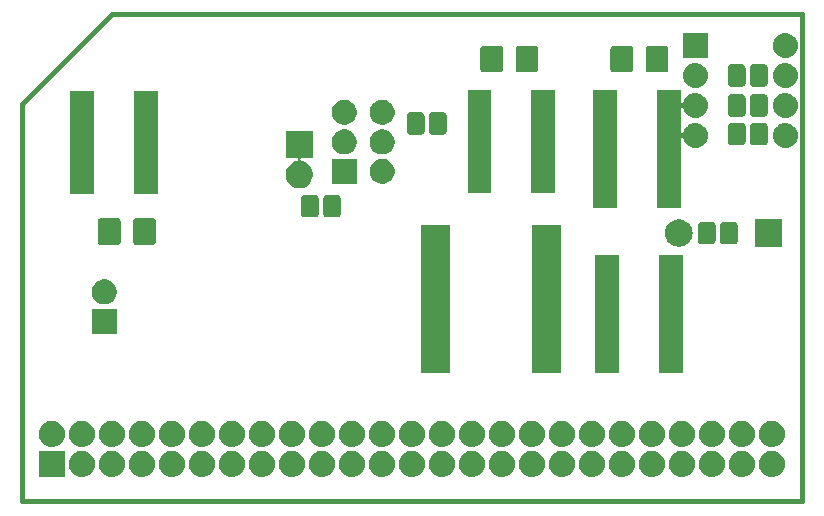
<source format=gbs>
G04 #@! TF.GenerationSoftware,KiCad,Pcbnew,5.0.2+dfsg1-1*
G04 #@! TF.CreationDate,2021-01-23T15:11:15+01:00*
G04 #@! TF.ProjectId,ramcard,72616d63-6172-4642-9e6b-696361645f70,2021*
G04 #@! TF.SameCoordinates,Original*
G04 #@! TF.FileFunction,Soldermask,Bot*
G04 #@! TF.FilePolarity,Negative*
%FSLAX46Y46*%
G04 Gerber Fmt 4.6, Leading zero omitted, Abs format (unit mm)*
G04 Created by KiCad (PCBNEW 5.0.2+dfsg1-1) date sam. 23 janv. 2021 15:11:15 CET*
%MOMM*%
%LPD*%
G01*
G04 APERTURE LIST*
%ADD10C,0.381000*%
%ADD11C,0.150000*%
G04 APERTURE END LIST*
D10*
X45593000Y-33782000D02*
X53213000Y-26162000D01*
X53213000Y-26162000D02*
X111633000Y-26162000D01*
X45593000Y-33782000D02*
X45593000Y-67437000D01*
X45593000Y-67437000D02*
X111633000Y-67437000D01*
X111633000Y-67437000D02*
X111633000Y-26162000D01*
D11*
G36*
X50782629Y-63149790D02*
X50892088Y-63160571D01*
X51047940Y-63207849D01*
X51102760Y-63224478D01*
X51296910Y-63328253D01*
X51467086Y-63467914D01*
X51606747Y-63638090D01*
X51710522Y-63832240D01*
X51710523Y-63832244D01*
X51774429Y-64042912D01*
X51796007Y-64262000D01*
X51774429Y-64481088D01*
X51727151Y-64636940D01*
X51710522Y-64691760D01*
X51606747Y-64885910D01*
X51467086Y-65056086D01*
X51296910Y-65195747D01*
X51102760Y-65299522D01*
X51047940Y-65316151D01*
X50892088Y-65363429D01*
X50782629Y-65374210D01*
X50727900Y-65379600D01*
X50618100Y-65379600D01*
X50563371Y-65374210D01*
X50453912Y-65363429D01*
X50298060Y-65316151D01*
X50243240Y-65299522D01*
X50049090Y-65195747D01*
X49878914Y-65056086D01*
X49739253Y-64885910D01*
X49635478Y-64691760D01*
X49618849Y-64636940D01*
X49571571Y-64481088D01*
X49549993Y-64262000D01*
X49571571Y-64042912D01*
X49635477Y-63832244D01*
X49635478Y-63832240D01*
X49739253Y-63638090D01*
X49878914Y-63467914D01*
X50049090Y-63328253D01*
X50243240Y-63224478D01*
X50298060Y-63207849D01*
X50453912Y-63160571D01*
X50563371Y-63149790D01*
X50618100Y-63144400D01*
X50727900Y-63144400D01*
X50782629Y-63149790D01*
X50782629Y-63149790D01*
G37*
G36*
X109202629Y-63149790D02*
X109312088Y-63160571D01*
X109467940Y-63207849D01*
X109522760Y-63224478D01*
X109716910Y-63328253D01*
X109887086Y-63467914D01*
X110026747Y-63638090D01*
X110130522Y-63832240D01*
X110130523Y-63832244D01*
X110194429Y-64042912D01*
X110216007Y-64262000D01*
X110194429Y-64481088D01*
X110147151Y-64636940D01*
X110130522Y-64691760D01*
X110026747Y-64885910D01*
X109887086Y-65056086D01*
X109716910Y-65195747D01*
X109522760Y-65299522D01*
X109467940Y-65316151D01*
X109312088Y-65363429D01*
X109202629Y-65374210D01*
X109147900Y-65379600D01*
X109038100Y-65379600D01*
X108983371Y-65374210D01*
X108873912Y-65363429D01*
X108718060Y-65316151D01*
X108663240Y-65299522D01*
X108469090Y-65195747D01*
X108298914Y-65056086D01*
X108159253Y-64885910D01*
X108055478Y-64691760D01*
X108038849Y-64636940D01*
X107991571Y-64481088D01*
X107969993Y-64262000D01*
X107991571Y-64042912D01*
X108055477Y-63832244D01*
X108055478Y-63832240D01*
X108159253Y-63638090D01*
X108298914Y-63467914D01*
X108469090Y-63328253D01*
X108663240Y-63224478D01*
X108718060Y-63207849D01*
X108873912Y-63160571D01*
X108983371Y-63149790D01*
X109038100Y-63144400D01*
X109147900Y-63144400D01*
X109202629Y-63149790D01*
X109202629Y-63149790D01*
G37*
G36*
X49250600Y-65379600D02*
X47015400Y-65379600D01*
X47015400Y-63144400D01*
X49250600Y-63144400D01*
X49250600Y-65379600D01*
X49250600Y-65379600D01*
G37*
G36*
X91422629Y-63149790D02*
X91532088Y-63160571D01*
X91687940Y-63207849D01*
X91742760Y-63224478D01*
X91936910Y-63328253D01*
X92107086Y-63467914D01*
X92246747Y-63638090D01*
X92350522Y-63832240D01*
X92350523Y-63832244D01*
X92414429Y-64042912D01*
X92436007Y-64262000D01*
X92414429Y-64481088D01*
X92367151Y-64636940D01*
X92350522Y-64691760D01*
X92246747Y-64885910D01*
X92107086Y-65056086D01*
X91936910Y-65195747D01*
X91742760Y-65299522D01*
X91687940Y-65316151D01*
X91532088Y-65363429D01*
X91422629Y-65374210D01*
X91367900Y-65379600D01*
X91258100Y-65379600D01*
X91203371Y-65374210D01*
X91093912Y-65363429D01*
X90938060Y-65316151D01*
X90883240Y-65299522D01*
X90689090Y-65195747D01*
X90518914Y-65056086D01*
X90379253Y-64885910D01*
X90275478Y-64691760D01*
X90258849Y-64636940D01*
X90211571Y-64481088D01*
X90189993Y-64262000D01*
X90211571Y-64042912D01*
X90275477Y-63832244D01*
X90275478Y-63832240D01*
X90379253Y-63638090D01*
X90518914Y-63467914D01*
X90689090Y-63328253D01*
X90883240Y-63224478D01*
X90938060Y-63207849D01*
X91093912Y-63160571D01*
X91203371Y-63149790D01*
X91258100Y-63144400D01*
X91367900Y-63144400D01*
X91422629Y-63149790D01*
X91422629Y-63149790D01*
G37*
G36*
X93962629Y-63149790D02*
X94072088Y-63160571D01*
X94227940Y-63207849D01*
X94282760Y-63224478D01*
X94476910Y-63328253D01*
X94647086Y-63467914D01*
X94786747Y-63638090D01*
X94890522Y-63832240D01*
X94890523Y-63832244D01*
X94954429Y-64042912D01*
X94976007Y-64262000D01*
X94954429Y-64481088D01*
X94907151Y-64636940D01*
X94890522Y-64691760D01*
X94786747Y-64885910D01*
X94647086Y-65056086D01*
X94476910Y-65195747D01*
X94282760Y-65299522D01*
X94227940Y-65316151D01*
X94072088Y-65363429D01*
X93962629Y-65374210D01*
X93907900Y-65379600D01*
X93798100Y-65379600D01*
X93743371Y-65374210D01*
X93633912Y-65363429D01*
X93478060Y-65316151D01*
X93423240Y-65299522D01*
X93229090Y-65195747D01*
X93058914Y-65056086D01*
X92919253Y-64885910D01*
X92815478Y-64691760D01*
X92798849Y-64636940D01*
X92751571Y-64481088D01*
X92729993Y-64262000D01*
X92751571Y-64042912D01*
X92815477Y-63832244D01*
X92815478Y-63832240D01*
X92919253Y-63638090D01*
X93058914Y-63467914D01*
X93229090Y-63328253D01*
X93423240Y-63224478D01*
X93478060Y-63207849D01*
X93633912Y-63160571D01*
X93743371Y-63149790D01*
X93798100Y-63144400D01*
X93907900Y-63144400D01*
X93962629Y-63149790D01*
X93962629Y-63149790D01*
G37*
G36*
X88882629Y-63149790D02*
X88992088Y-63160571D01*
X89147940Y-63207849D01*
X89202760Y-63224478D01*
X89396910Y-63328253D01*
X89567086Y-63467914D01*
X89706747Y-63638090D01*
X89810522Y-63832240D01*
X89810523Y-63832244D01*
X89874429Y-64042912D01*
X89896007Y-64262000D01*
X89874429Y-64481088D01*
X89827151Y-64636940D01*
X89810522Y-64691760D01*
X89706747Y-64885910D01*
X89567086Y-65056086D01*
X89396910Y-65195747D01*
X89202760Y-65299522D01*
X89147940Y-65316151D01*
X88992088Y-65363429D01*
X88882629Y-65374210D01*
X88827900Y-65379600D01*
X88718100Y-65379600D01*
X88663371Y-65374210D01*
X88553912Y-65363429D01*
X88398060Y-65316151D01*
X88343240Y-65299522D01*
X88149090Y-65195747D01*
X87978914Y-65056086D01*
X87839253Y-64885910D01*
X87735478Y-64691760D01*
X87718849Y-64636940D01*
X87671571Y-64481088D01*
X87649993Y-64262000D01*
X87671571Y-64042912D01*
X87735477Y-63832244D01*
X87735478Y-63832240D01*
X87839253Y-63638090D01*
X87978914Y-63467914D01*
X88149090Y-63328253D01*
X88343240Y-63224478D01*
X88398060Y-63207849D01*
X88553912Y-63160571D01*
X88663371Y-63149790D01*
X88718100Y-63144400D01*
X88827900Y-63144400D01*
X88882629Y-63149790D01*
X88882629Y-63149790D01*
G37*
G36*
X96502629Y-63149790D02*
X96612088Y-63160571D01*
X96767940Y-63207849D01*
X96822760Y-63224478D01*
X97016910Y-63328253D01*
X97187086Y-63467914D01*
X97326747Y-63638090D01*
X97430522Y-63832240D01*
X97430523Y-63832244D01*
X97494429Y-64042912D01*
X97516007Y-64262000D01*
X97494429Y-64481088D01*
X97447151Y-64636940D01*
X97430522Y-64691760D01*
X97326747Y-64885910D01*
X97187086Y-65056086D01*
X97016910Y-65195747D01*
X96822760Y-65299522D01*
X96767940Y-65316151D01*
X96612088Y-65363429D01*
X96502629Y-65374210D01*
X96447900Y-65379600D01*
X96338100Y-65379600D01*
X96283371Y-65374210D01*
X96173912Y-65363429D01*
X96018060Y-65316151D01*
X95963240Y-65299522D01*
X95769090Y-65195747D01*
X95598914Y-65056086D01*
X95459253Y-64885910D01*
X95355478Y-64691760D01*
X95338849Y-64636940D01*
X95291571Y-64481088D01*
X95269993Y-64262000D01*
X95291571Y-64042912D01*
X95355477Y-63832244D01*
X95355478Y-63832240D01*
X95459253Y-63638090D01*
X95598914Y-63467914D01*
X95769090Y-63328253D01*
X95963240Y-63224478D01*
X96018060Y-63207849D01*
X96173912Y-63160571D01*
X96283371Y-63149790D01*
X96338100Y-63144400D01*
X96447900Y-63144400D01*
X96502629Y-63149790D01*
X96502629Y-63149790D01*
G37*
G36*
X99042629Y-63149790D02*
X99152088Y-63160571D01*
X99307940Y-63207849D01*
X99362760Y-63224478D01*
X99556910Y-63328253D01*
X99727086Y-63467914D01*
X99866747Y-63638090D01*
X99970522Y-63832240D01*
X99970523Y-63832244D01*
X100034429Y-64042912D01*
X100056007Y-64262000D01*
X100034429Y-64481088D01*
X99987151Y-64636940D01*
X99970522Y-64691760D01*
X99866747Y-64885910D01*
X99727086Y-65056086D01*
X99556910Y-65195747D01*
X99362760Y-65299522D01*
X99307940Y-65316151D01*
X99152088Y-65363429D01*
X99042629Y-65374210D01*
X98987900Y-65379600D01*
X98878100Y-65379600D01*
X98823371Y-65374210D01*
X98713912Y-65363429D01*
X98558060Y-65316151D01*
X98503240Y-65299522D01*
X98309090Y-65195747D01*
X98138914Y-65056086D01*
X97999253Y-64885910D01*
X97895478Y-64691760D01*
X97878849Y-64636940D01*
X97831571Y-64481088D01*
X97809993Y-64262000D01*
X97831571Y-64042912D01*
X97895477Y-63832244D01*
X97895478Y-63832240D01*
X97999253Y-63638090D01*
X98138914Y-63467914D01*
X98309090Y-63328253D01*
X98503240Y-63224478D01*
X98558060Y-63207849D01*
X98713912Y-63160571D01*
X98823371Y-63149790D01*
X98878100Y-63144400D01*
X98987900Y-63144400D01*
X99042629Y-63149790D01*
X99042629Y-63149790D01*
G37*
G36*
X86342629Y-63149790D02*
X86452088Y-63160571D01*
X86607940Y-63207849D01*
X86662760Y-63224478D01*
X86856910Y-63328253D01*
X87027086Y-63467914D01*
X87166747Y-63638090D01*
X87270522Y-63832240D01*
X87270523Y-63832244D01*
X87334429Y-64042912D01*
X87356007Y-64262000D01*
X87334429Y-64481088D01*
X87287151Y-64636940D01*
X87270522Y-64691760D01*
X87166747Y-64885910D01*
X87027086Y-65056086D01*
X86856910Y-65195747D01*
X86662760Y-65299522D01*
X86607940Y-65316151D01*
X86452088Y-65363429D01*
X86342629Y-65374210D01*
X86287900Y-65379600D01*
X86178100Y-65379600D01*
X86123371Y-65374210D01*
X86013912Y-65363429D01*
X85858060Y-65316151D01*
X85803240Y-65299522D01*
X85609090Y-65195747D01*
X85438914Y-65056086D01*
X85299253Y-64885910D01*
X85195478Y-64691760D01*
X85178849Y-64636940D01*
X85131571Y-64481088D01*
X85109993Y-64262000D01*
X85131571Y-64042912D01*
X85195477Y-63832244D01*
X85195478Y-63832240D01*
X85299253Y-63638090D01*
X85438914Y-63467914D01*
X85609090Y-63328253D01*
X85803240Y-63224478D01*
X85858060Y-63207849D01*
X86013912Y-63160571D01*
X86123371Y-63149790D01*
X86178100Y-63144400D01*
X86287900Y-63144400D01*
X86342629Y-63149790D01*
X86342629Y-63149790D01*
G37*
G36*
X101582629Y-63149790D02*
X101692088Y-63160571D01*
X101847940Y-63207849D01*
X101902760Y-63224478D01*
X102096910Y-63328253D01*
X102267086Y-63467914D01*
X102406747Y-63638090D01*
X102510522Y-63832240D01*
X102510523Y-63832244D01*
X102574429Y-64042912D01*
X102596007Y-64262000D01*
X102574429Y-64481088D01*
X102527151Y-64636940D01*
X102510522Y-64691760D01*
X102406747Y-64885910D01*
X102267086Y-65056086D01*
X102096910Y-65195747D01*
X101902760Y-65299522D01*
X101847940Y-65316151D01*
X101692088Y-65363429D01*
X101582629Y-65374210D01*
X101527900Y-65379600D01*
X101418100Y-65379600D01*
X101363371Y-65374210D01*
X101253912Y-65363429D01*
X101098060Y-65316151D01*
X101043240Y-65299522D01*
X100849090Y-65195747D01*
X100678914Y-65056086D01*
X100539253Y-64885910D01*
X100435478Y-64691760D01*
X100418849Y-64636940D01*
X100371571Y-64481088D01*
X100349993Y-64262000D01*
X100371571Y-64042912D01*
X100435477Y-63832244D01*
X100435478Y-63832240D01*
X100539253Y-63638090D01*
X100678914Y-63467914D01*
X100849090Y-63328253D01*
X101043240Y-63224478D01*
X101098060Y-63207849D01*
X101253912Y-63160571D01*
X101363371Y-63149790D01*
X101418100Y-63144400D01*
X101527900Y-63144400D01*
X101582629Y-63149790D01*
X101582629Y-63149790D01*
G37*
G36*
X104122629Y-63149790D02*
X104232088Y-63160571D01*
X104387940Y-63207849D01*
X104442760Y-63224478D01*
X104636910Y-63328253D01*
X104807086Y-63467914D01*
X104946747Y-63638090D01*
X105050522Y-63832240D01*
X105050523Y-63832244D01*
X105114429Y-64042912D01*
X105136007Y-64262000D01*
X105114429Y-64481088D01*
X105067151Y-64636940D01*
X105050522Y-64691760D01*
X104946747Y-64885910D01*
X104807086Y-65056086D01*
X104636910Y-65195747D01*
X104442760Y-65299522D01*
X104387940Y-65316151D01*
X104232088Y-65363429D01*
X104122629Y-65374210D01*
X104067900Y-65379600D01*
X103958100Y-65379600D01*
X103903371Y-65374210D01*
X103793912Y-65363429D01*
X103638060Y-65316151D01*
X103583240Y-65299522D01*
X103389090Y-65195747D01*
X103218914Y-65056086D01*
X103079253Y-64885910D01*
X102975478Y-64691760D01*
X102958849Y-64636940D01*
X102911571Y-64481088D01*
X102889993Y-64262000D01*
X102911571Y-64042912D01*
X102975477Y-63832244D01*
X102975478Y-63832240D01*
X103079253Y-63638090D01*
X103218914Y-63467914D01*
X103389090Y-63328253D01*
X103583240Y-63224478D01*
X103638060Y-63207849D01*
X103793912Y-63160571D01*
X103903371Y-63149790D01*
X103958100Y-63144400D01*
X104067900Y-63144400D01*
X104122629Y-63149790D01*
X104122629Y-63149790D01*
G37*
G36*
X83802629Y-63149790D02*
X83912088Y-63160571D01*
X84067940Y-63207849D01*
X84122760Y-63224478D01*
X84316910Y-63328253D01*
X84487086Y-63467914D01*
X84626747Y-63638090D01*
X84730522Y-63832240D01*
X84730523Y-63832244D01*
X84794429Y-64042912D01*
X84816007Y-64262000D01*
X84794429Y-64481088D01*
X84747151Y-64636940D01*
X84730522Y-64691760D01*
X84626747Y-64885910D01*
X84487086Y-65056086D01*
X84316910Y-65195747D01*
X84122760Y-65299522D01*
X84067940Y-65316151D01*
X83912088Y-65363429D01*
X83802629Y-65374210D01*
X83747900Y-65379600D01*
X83638100Y-65379600D01*
X83583371Y-65374210D01*
X83473912Y-65363429D01*
X83318060Y-65316151D01*
X83263240Y-65299522D01*
X83069090Y-65195747D01*
X82898914Y-65056086D01*
X82759253Y-64885910D01*
X82655478Y-64691760D01*
X82638849Y-64636940D01*
X82591571Y-64481088D01*
X82569993Y-64262000D01*
X82591571Y-64042912D01*
X82655477Y-63832244D01*
X82655478Y-63832240D01*
X82759253Y-63638090D01*
X82898914Y-63467914D01*
X83069090Y-63328253D01*
X83263240Y-63224478D01*
X83318060Y-63207849D01*
X83473912Y-63160571D01*
X83583371Y-63149790D01*
X83638100Y-63144400D01*
X83747900Y-63144400D01*
X83802629Y-63149790D01*
X83802629Y-63149790D01*
G37*
G36*
X81262629Y-63149790D02*
X81372088Y-63160571D01*
X81527940Y-63207849D01*
X81582760Y-63224478D01*
X81776910Y-63328253D01*
X81947086Y-63467914D01*
X82086747Y-63638090D01*
X82190522Y-63832240D01*
X82190523Y-63832244D01*
X82254429Y-64042912D01*
X82276007Y-64262000D01*
X82254429Y-64481088D01*
X82207151Y-64636940D01*
X82190522Y-64691760D01*
X82086747Y-64885910D01*
X81947086Y-65056086D01*
X81776910Y-65195747D01*
X81582760Y-65299522D01*
X81527940Y-65316151D01*
X81372088Y-65363429D01*
X81262629Y-65374210D01*
X81207900Y-65379600D01*
X81098100Y-65379600D01*
X81043371Y-65374210D01*
X80933912Y-65363429D01*
X80778060Y-65316151D01*
X80723240Y-65299522D01*
X80529090Y-65195747D01*
X80358914Y-65056086D01*
X80219253Y-64885910D01*
X80115478Y-64691760D01*
X80098849Y-64636940D01*
X80051571Y-64481088D01*
X80029993Y-64262000D01*
X80051571Y-64042912D01*
X80115477Y-63832244D01*
X80115478Y-63832240D01*
X80219253Y-63638090D01*
X80358914Y-63467914D01*
X80529090Y-63328253D01*
X80723240Y-63224478D01*
X80778060Y-63207849D01*
X80933912Y-63160571D01*
X81043371Y-63149790D01*
X81098100Y-63144400D01*
X81207900Y-63144400D01*
X81262629Y-63149790D01*
X81262629Y-63149790D01*
G37*
G36*
X78722629Y-63149790D02*
X78832088Y-63160571D01*
X78987940Y-63207849D01*
X79042760Y-63224478D01*
X79236910Y-63328253D01*
X79407086Y-63467914D01*
X79546747Y-63638090D01*
X79650522Y-63832240D01*
X79650523Y-63832244D01*
X79714429Y-64042912D01*
X79736007Y-64262000D01*
X79714429Y-64481088D01*
X79667151Y-64636940D01*
X79650522Y-64691760D01*
X79546747Y-64885910D01*
X79407086Y-65056086D01*
X79236910Y-65195747D01*
X79042760Y-65299522D01*
X78987940Y-65316151D01*
X78832088Y-65363429D01*
X78722629Y-65374210D01*
X78667900Y-65379600D01*
X78558100Y-65379600D01*
X78503371Y-65374210D01*
X78393912Y-65363429D01*
X78238060Y-65316151D01*
X78183240Y-65299522D01*
X77989090Y-65195747D01*
X77818914Y-65056086D01*
X77679253Y-64885910D01*
X77575478Y-64691760D01*
X77558849Y-64636940D01*
X77511571Y-64481088D01*
X77489993Y-64262000D01*
X77511571Y-64042912D01*
X77575477Y-63832244D01*
X77575478Y-63832240D01*
X77679253Y-63638090D01*
X77818914Y-63467914D01*
X77989090Y-63328253D01*
X78183240Y-63224478D01*
X78238060Y-63207849D01*
X78393912Y-63160571D01*
X78503371Y-63149790D01*
X78558100Y-63144400D01*
X78667900Y-63144400D01*
X78722629Y-63149790D01*
X78722629Y-63149790D01*
G37*
G36*
X106662629Y-63149790D02*
X106772088Y-63160571D01*
X106927940Y-63207849D01*
X106982760Y-63224478D01*
X107176910Y-63328253D01*
X107347086Y-63467914D01*
X107486747Y-63638090D01*
X107590522Y-63832240D01*
X107590523Y-63832244D01*
X107654429Y-64042912D01*
X107676007Y-64262000D01*
X107654429Y-64481088D01*
X107607151Y-64636940D01*
X107590522Y-64691760D01*
X107486747Y-64885910D01*
X107347086Y-65056086D01*
X107176910Y-65195747D01*
X106982760Y-65299522D01*
X106927940Y-65316151D01*
X106772088Y-65363429D01*
X106662629Y-65374210D01*
X106607900Y-65379600D01*
X106498100Y-65379600D01*
X106443371Y-65374210D01*
X106333912Y-65363429D01*
X106178060Y-65316151D01*
X106123240Y-65299522D01*
X105929090Y-65195747D01*
X105758914Y-65056086D01*
X105619253Y-64885910D01*
X105515478Y-64691760D01*
X105498849Y-64636940D01*
X105451571Y-64481088D01*
X105429993Y-64262000D01*
X105451571Y-64042912D01*
X105515477Y-63832244D01*
X105515478Y-63832240D01*
X105619253Y-63638090D01*
X105758914Y-63467914D01*
X105929090Y-63328253D01*
X106123240Y-63224478D01*
X106178060Y-63207849D01*
X106333912Y-63160571D01*
X106443371Y-63149790D01*
X106498100Y-63144400D01*
X106607900Y-63144400D01*
X106662629Y-63149790D01*
X106662629Y-63149790D01*
G37*
G36*
X53322629Y-63149790D02*
X53432088Y-63160571D01*
X53587940Y-63207849D01*
X53642760Y-63224478D01*
X53836910Y-63328253D01*
X54007086Y-63467914D01*
X54146747Y-63638090D01*
X54250522Y-63832240D01*
X54250523Y-63832244D01*
X54314429Y-64042912D01*
X54336007Y-64262000D01*
X54314429Y-64481088D01*
X54267151Y-64636940D01*
X54250522Y-64691760D01*
X54146747Y-64885910D01*
X54007086Y-65056086D01*
X53836910Y-65195747D01*
X53642760Y-65299522D01*
X53587940Y-65316151D01*
X53432088Y-65363429D01*
X53322629Y-65374210D01*
X53267900Y-65379600D01*
X53158100Y-65379600D01*
X53103371Y-65374210D01*
X52993912Y-65363429D01*
X52838060Y-65316151D01*
X52783240Y-65299522D01*
X52589090Y-65195747D01*
X52418914Y-65056086D01*
X52279253Y-64885910D01*
X52175478Y-64691760D01*
X52158849Y-64636940D01*
X52111571Y-64481088D01*
X52089993Y-64262000D01*
X52111571Y-64042912D01*
X52175477Y-63832244D01*
X52175478Y-63832240D01*
X52279253Y-63638090D01*
X52418914Y-63467914D01*
X52589090Y-63328253D01*
X52783240Y-63224478D01*
X52838060Y-63207849D01*
X52993912Y-63160571D01*
X53103371Y-63149790D01*
X53158100Y-63144400D01*
X53267900Y-63144400D01*
X53322629Y-63149790D01*
X53322629Y-63149790D01*
G37*
G36*
X55862629Y-63149790D02*
X55972088Y-63160571D01*
X56127940Y-63207849D01*
X56182760Y-63224478D01*
X56376910Y-63328253D01*
X56547086Y-63467914D01*
X56686747Y-63638090D01*
X56790522Y-63832240D01*
X56790523Y-63832244D01*
X56854429Y-64042912D01*
X56876007Y-64262000D01*
X56854429Y-64481088D01*
X56807151Y-64636940D01*
X56790522Y-64691760D01*
X56686747Y-64885910D01*
X56547086Y-65056086D01*
X56376910Y-65195747D01*
X56182760Y-65299522D01*
X56127940Y-65316151D01*
X55972088Y-65363429D01*
X55862629Y-65374210D01*
X55807900Y-65379600D01*
X55698100Y-65379600D01*
X55643371Y-65374210D01*
X55533912Y-65363429D01*
X55378060Y-65316151D01*
X55323240Y-65299522D01*
X55129090Y-65195747D01*
X54958914Y-65056086D01*
X54819253Y-64885910D01*
X54715478Y-64691760D01*
X54698849Y-64636940D01*
X54651571Y-64481088D01*
X54629993Y-64262000D01*
X54651571Y-64042912D01*
X54715477Y-63832244D01*
X54715478Y-63832240D01*
X54819253Y-63638090D01*
X54958914Y-63467914D01*
X55129090Y-63328253D01*
X55323240Y-63224478D01*
X55378060Y-63207849D01*
X55533912Y-63160571D01*
X55643371Y-63149790D01*
X55698100Y-63144400D01*
X55807900Y-63144400D01*
X55862629Y-63149790D01*
X55862629Y-63149790D01*
G37*
G36*
X58402629Y-63149790D02*
X58512088Y-63160571D01*
X58667940Y-63207849D01*
X58722760Y-63224478D01*
X58916910Y-63328253D01*
X59087086Y-63467914D01*
X59226747Y-63638090D01*
X59330522Y-63832240D01*
X59330523Y-63832244D01*
X59394429Y-64042912D01*
X59416007Y-64262000D01*
X59394429Y-64481088D01*
X59347151Y-64636940D01*
X59330522Y-64691760D01*
X59226747Y-64885910D01*
X59087086Y-65056086D01*
X58916910Y-65195747D01*
X58722760Y-65299522D01*
X58667940Y-65316151D01*
X58512088Y-65363429D01*
X58402629Y-65374210D01*
X58347900Y-65379600D01*
X58238100Y-65379600D01*
X58183371Y-65374210D01*
X58073912Y-65363429D01*
X57918060Y-65316151D01*
X57863240Y-65299522D01*
X57669090Y-65195747D01*
X57498914Y-65056086D01*
X57359253Y-64885910D01*
X57255478Y-64691760D01*
X57238849Y-64636940D01*
X57191571Y-64481088D01*
X57169993Y-64262000D01*
X57191571Y-64042912D01*
X57255477Y-63832244D01*
X57255478Y-63832240D01*
X57359253Y-63638090D01*
X57498914Y-63467914D01*
X57669090Y-63328253D01*
X57863240Y-63224478D01*
X57918060Y-63207849D01*
X58073912Y-63160571D01*
X58183371Y-63149790D01*
X58238100Y-63144400D01*
X58347900Y-63144400D01*
X58402629Y-63149790D01*
X58402629Y-63149790D01*
G37*
G36*
X60942629Y-63149790D02*
X61052088Y-63160571D01*
X61207940Y-63207849D01*
X61262760Y-63224478D01*
X61456910Y-63328253D01*
X61627086Y-63467914D01*
X61766747Y-63638090D01*
X61870522Y-63832240D01*
X61870523Y-63832244D01*
X61934429Y-64042912D01*
X61956007Y-64262000D01*
X61934429Y-64481088D01*
X61887151Y-64636940D01*
X61870522Y-64691760D01*
X61766747Y-64885910D01*
X61627086Y-65056086D01*
X61456910Y-65195747D01*
X61262760Y-65299522D01*
X61207940Y-65316151D01*
X61052088Y-65363429D01*
X60942629Y-65374210D01*
X60887900Y-65379600D01*
X60778100Y-65379600D01*
X60723371Y-65374210D01*
X60613912Y-65363429D01*
X60458060Y-65316151D01*
X60403240Y-65299522D01*
X60209090Y-65195747D01*
X60038914Y-65056086D01*
X59899253Y-64885910D01*
X59795478Y-64691760D01*
X59778849Y-64636940D01*
X59731571Y-64481088D01*
X59709993Y-64262000D01*
X59731571Y-64042912D01*
X59795477Y-63832244D01*
X59795478Y-63832240D01*
X59899253Y-63638090D01*
X60038914Y-63467914D01*
X60209090Y-63328253D01*
X60403240Y-63224478D01*
X60458060Y-63207849D01*
X60613912Y-63160571D01*
X60723371Y-63149790D01*
X60778100Y-63144400D01*
X60887900Y-63144400D01*
X60942629Y-63149790D01*
X60942629Y-63149790D01*
G37*
G36*
X63482629Y-63149790D02*
X63592088Y-63160571D01*
X63747940Y-63207849D01*
X63802760Y-63224478D01*
X63996910Y-63328253D01*
X64167086Y-63467914D01*
X64306747Y-63638090D01*
X64410522Y-63832240D01*
X64410523Y-63832244D01*
X64474429Y-64042912D01*
X64496007Y-64262000D01*
X64474429Y-64481088D01*
X64427151Y-64636940D01*
X64410522Y-64691760D01*
X64306747Y-64885910D01*
X64167086Y-65056086D01*
X63996910Y-65195747D01*
X63802760Y-65299522D01*
X63747940Y-65316151D01*
X63592088Y-65363429D01*
X63482629Y-65374210D01*
X63427900Y-65379600D01*
X63318100Y-65379600D01*
X63263371Y-65374210D01*
X63153912Y-65363429D01*
X62998060Y-65316151D01*
X62943240Y-65299522D01*
X62749090Y-65195747D01*
X62578914Y-65056086D01*
X62439253Y-64885910D01*
X62335478Y-64691760D01*
X62318849Y-64636940D01*
X62271571Y-64481088D01*
X62249993Y-64262000D01*
X62271571Y-64042912D01*
X62335477Y-63832244D01*
X62335478Y-63832240D01*
X62439253Y-63638090D01*
X62578914Y-63467914D01*
X62749090Y-63328253D01*
X62943240Y-63224478D01*
X62998060Y-63207849D01*
X63153912Y-63160571D01*
X63263371Y-63149790D01*
X63318100Y-63144400D01*
X63427900Y-63144400D01*
X63482629Y-63149790D01*
X63482629Y-63149790D01*
G37*
G36*
X66022629Y-63149790D02*
X66132088Y-63160571D01*
X66287940Y-63207849D01*
X66342760Y-63224478D01*
X66536910Y-63328253D01*
X66707086Y-63467914D01*
X66846747Y-63638090D01*
X66950522Y-63832240D01*
X66950523Y-63832244D01*
X67014429Y-64042912D01*
X67036007Y-64262000D01*
X67014429Y-64481088D01*
X66967151Y-64636940D01*
X66950522Y-64691760D01*
X66846747Y-64885910D01*
X66707086Y-65056086D01*
X66536910Y-65195747D01*
X66342760Y-65299522D01*
X66287940Y-65316151D01*
X66132088Y-65363429D01*
X66022629Y-65374210D01*
X65967900Y-65379600D01*
X65858100Y-65379600D01*
X65803371Y-65374210D01*
X65693912Y-65363429D01*
X65538060Y-65316151D01*
X65483240Y-65299522D01*
X65289090Y-65195747D01*
X65118914Y-65056086D01*
X64979253Y-64885910D01*
X64875478Y-64691760D01*
X64858849Y-64636940D01*
X64811571Y-64481088D01*
X64789993Y-64262000D01*
X64811571Y-64042912D01*
X64875477Y-63832244D01*
X64875478Y-63832240D01*
X64979253Y-63638090D01*
X65118914Y-63467914D01*
X65289090Y-63328253D01*
X65483240Y-63224478D01*
X65538060Y-63207849D01*
X65693912Y-63160571D01*
X65803371Y-63149790D01*
X65858100Y-63144400D01*
X65967900Y-63144400D01*
X66022629Y-63149790D01*
X66022629Y-63149790D01*
G37*
G36*
X68562629Y-63149790D02*
X68672088Y-63160571D01*
X68827940Y-63207849D01*
X68882760Y-63224478D01*
X69076910Y-63328253D01*
X69247086Y-63467914D01*
X69386747Y-63638090D01*
X69490522Y-63832240D01*
X69490523Y-63832244D01*
X69554429Y-64042912D01*
X69576007Y-64262000D01*
X69554429Y-64481088D01*
X69507151Y-64636940D01*
X69490522Y-64691760D01*
X69386747Y-64885910D01*
X69247086Y-65056086D01*
X69076910Y-65195747D01*
X68882760Y-65299522D01*
X68827940Y-65316151D01*
X68672088Y-65363429D01*
X68562629Y-65374210D01*
X68507900Y-65379600D01*
X68398100Y-65379600D01*
X68343371Y-65374210D01*
X68233912Y-65363429D01*
X68078060Y-65316151D01*
X68023240Y-65299522D01*
X67829090Y-65195747D01*
X67658914Y-65056086D01*
X67519253Y-64885910D01*
X67415478Y-64691760D01*
X67398849Y-64636940D01*
X67351571Y-64481088D01*
X67329993Y-64262000D01*
X67351571Y-64042912D01*
X67415477Y-63832244D01*
X67415478Y-63832240D01*
X67519253Y-63638090D01*
X67658914Y-63467914D01*
X67829090Y-63328253D01*
X68023240Y-63224478D01*
X68078060Y-63207849D01*
X68233912Y-63160571D01*
X68343371Y-63149790D01*
X68398100Y-63144400D01*
X68507900Y-63144400D01*
X68562629Y-63149790D01*
X68562629Y-63149790D01*
G37*
G36*
X71102629Y-63149790D02*
X71212088Y-63160571D01*
X71367940Y-63207849D01*
X71422760Y-63224478D01*
X71616910Y-63328253D01*
X71787086Y-63467914D01*
X71926747Y-63638090D01*
X72030522Y-63832240D01*
X72030523Y-63832244D01*
X72094429Y-64042912D01*
X72116007Y-64262000D01*
X72094429Y-64481088D01*
X72047151Y-64636940D01*
X72030522Y-64691760D01*
X71926747Y-64885910D01*
X71787086Y-65056086D01*
X71616910Y-65195747D01*
X71422760Y-65299522D01*
X71367940Y-65316151D01*
X71212088Y-65363429D01*
X71102629Y-65374210D01*
X71047900Y-65379600D01*
X70938100Y-65379600D01*
X70883371Y-65374210D01*
X70773912Y-65363429D01*
X70618060Y-65316151D01*
X70563240Y-65299522D01*
X70369090Y-65195747D01*
X70198914Y-65056086D01*
X70059253Y-64885910D01*
X69955478Y-64691760D01*
X69938849Y-64636940D01*
X69891571Y-64481088D01*
X69869993Y-64262000D01*
X69891571Y-64042912D01*
X69955477Y-63832244D01*
X69955478Y-63832240D01*
X70059253Y-63638090D01*
X70198914Y-63467914D01*
X70369090Y-63328253D01*
X70563240Y-63224478D01*
X70618060Y-63207849D01*
X70773912Y-63160571D01*
X70883371Y-63149790D01*
X70938100Y-63144400D01*
X71047900Y-63144400D01*
X71102629Y-63149790D01*
X71102629Y-63149790D01*
G37*
G36*
X73642629Y-63149790D02*
X73752088Y-63160571D01*
X73907940Y-63207849D01*
X73962760Y-63224478D01*
X74156910Y-63328253D01*
X74327086Y-63467914D01*
X74466747Y-63638090D01*
X74570522Y-63832240D01*
X74570523Y-63832244D01*
X74634429Y-64042912D01*
X74656007Y-64262000D01*
X74634429Y-64481088D01*
X74587151Y-64636940D01*
X74570522Y-64691760D01*
X74466747Y-64885910D01*
X74327086Y-65056086D01*
X74156910Y-65195747D01*
X73962760Y-65299522D01*
X73907940Y-65316151D01*
X73752088Y-65363429D01*
X73642629Y-65374210D01*
X73587900Y-65379600D01*
X73478100Y-65379600D01*
X73423371Y-65374210D01*
X73313912Y-65363429D01*
X73158060Y-65316151D01*
X73103240Y-65299522D01*
X72909090Y-65195747D01*
X72738914Y-65056086D01*
X72599253Y-64885910D01*
X72495478Y-64691760D01*
X72478849Y-64636940D01*
X72431571Y-64481088D01*
X72409993Y-64262000D01*
X72431571Y-64042912D01*
X72495477Y-63832244D01*
X72495478Y-63832240D01*
X72599253Y-63638090D01*
X72738914Y-63467914D01*
X72909090Y-63328253D01*
X73103240Y-63224478D01*
X73158060Y-63207849D01*
X73313912Y-63160571D01*
X73423371Y-63149790D01*
X73478100Y-63144400D01*
X73587900Y-63144400D01*
X73642629Y-63149790D01*
X73642629Y-63149790D01*
G37*
G36*
X76182629Y-63149790D02*
X76292088Y-63160571D01*
X76447940Y-63207849D01*
X76502760Y-63224478D01*
X76696910Y-63328253D01*
X76867086Y-63467914D01*
X77006747Y-63638090D01*
X77110522Y-63832240D01*
X77110523Y-63832244D01*
X77174429Y-64042912D01*
X77196007Y-64262000D01*
X77174429Y-64481088D01*
X77127151Y-64636940D01*
X77110522Y-64691760D01*
X77006747Y-64885910D01*
X76867086Y-65056086D01*
X76696910Y-65195747D01*
X76502760Y-65299522D01*
X76447940Y-65316151D01*
X76292088Y-65363429D01*
X76182629Y-65374210D01*
X76127900Y-65379600D01*
X76018100Y-65379600D01*
X75963371Y-65374210D01*
X75853912Y-65363429D01*
X75698060Y-65316151D01*
X75643240Y-65299522D01*
X75449090Y-65195747D01*
X75278914Y-65056086D01*
X75139253Y-64885910D01*
X75035478Y-64691760D01*
X75018849Y-64636940D01*
X74971571Y-64481088D01*
X74949993Y-64262000D01*
X74971571Y-64042912D01*
X75035477Y-63832244D01*
X75035478Y-63832240D01*
X75139253Y-63638090D01*
X75278914Y-63467914D01*
X75449090Y-63328253D01*
X75643240Y-63224478D01*
X75698060Y-63207849D01*
X75853912Y-63160571D01*
X75963371Y-63149790D01*
X76018100Y-63144400D01*
X76127900Y-63144400D01*
X76182629Y-63149790D01*
X76182629Y-63149790D01*
G37*
G36*
X63482629Y-60609790D02*
X63592088Y-60620571D01*
X63747940Y-60667849D01*
X63802760Y-60684478D01*
X63996910Y-60788253D01*
X64167086Y-60927914D01*
X64306747Y-61098090D01*
X64410522Y-61292240D01*
X64410523Y-61292244D01*
X64474429Y-61502912D01*
X64496007Y-61722000D01*
X64474429Y-61941088D01*
X64427151Y-62096940D01*
X64410522Y-62151760D01*
X64306747Y-62345910D01*
X64167086Y-62516086D01*
X63996910Y-62655747D01*
X63802760Y-62759522D01*
X63747940Y-62776151D01*
X63592088Y-62823429D01*
X63482629Y-62834210D01*
X63427900Y-62839600D01*
X63318100Y-62839600D01*
X63263371Y-62834210D01*
X63153912Y-62823429D01*
X62998060Y-62776151D01*
X62943240Y-62759522D01*
X62749090Y-62655747D01*
X62578914Y-62516086D01*
X62439253Y-62345910D01*
X62335478Y-62151760D01*
X62318849Y-62096940D01*
X62271571Y-61941088D01*
X62249993Y-61722000D01*
X62271571Y-61502912D01*
X62335477Y-61292244D01*
X62335478Y-61292240D01*
X62439253Y-61098090D01*
X62578914Y-60927914D01*
X62749090Y-60788253D01*
X62943240Y-60684478D01*
X62998060Y-60667849D01*
X63153912Y-60620571D01*
X63263371Y-60609790D01*
X63318100Y-60604400D01*
X63427900Y-60604400D01*
X63482629Y-60609790D01*
X63482629Y-60609790D01*
G37*
G36*
X76182629Y-60609790D02*
X76292088Y-60620571D01*
X76447940Y-60667849D01*
X76502760Y-60684478D01*
X76696910Y-60788253D01*
X76867086Y-60927914D01*
X77006747Y-61098090D01*
X77110522Y-61292240D01*
X77110523Y-61292244D01*
X77174429Y-61502912D01*
X77196007Y-61722000D01*
X77174429Y-61941088D01*
X77127151Y-62096940D01*
X77110522Y-62151760D01*
X77006747Y-62345910D01*
X76867086Y-62516086D01*
X76696910Y-62655747D01*
X76502760Y-62759522D01*
X76447940Y-62776151D01*
X76292088Y-62823429D01*
X76182629Y-62834210D01*
X76127900Y-62839600D01*
X76018100Y-62839600D01*
X75963371Y-62834210D01*
X75853912Y-62823429D01*
X75698060Y-62776151D01*
X75643240Y-62759522D01*
X75449090Y-62655747D01*
X75278914Y-62516086D01*
X75139253Y-62345910D01*
X75035478Y-62151760D01*
X75018849Y-62096940D01*
X74971571Y-61941088D01*
X74949993Y-61722000D01*
X74971571Y-61502912D01*
X75035477Y-61292244D01*
X75035478Y-61292240D01*
X75139253Y-61098090D01*
X75278914Y-60927914D01*
X75449090Y-60788253D01*
X75643240Y-60684478D01*
X75698060Y-60667849D01*
X75853912Y-60620571D01*
X75963371Y-60609790D01*
X76018100Y-60604400D01*
X76127900Y-60604400D01*
X76182629Y-60609790D01*
X76182629Y-60609790D01*
G37*
G36*
X66022629Y-60609790D02*
X66132088Y-60620571D01*
X66287940Y-60667849D01*
X66342760Y-60684478D01*
X66536910Y-60788253D01*
X66707086Y-60927914D01*
X66846747Y-61098090D01*
X66950522Y-61292240D01*
X66950523Y-61292244D01*
X67014429Y-61502912D01*
X67036007Y-61722000D01*
X67014429Y-61941088D01*
X66967151Y-62096940D01*
X66950522Y-62151760D01*
X66846747Y-62345910D01*
X66707086Y-62516086D01*
X66536910Y-62655747D01*
X66342760Y-62759522D01*
X66287940Y-62776151D01*
X66132088Y-62823429D01*
X66022629Y-62834210D01*
X65967900Y-62839600D01*
X65858100Y-62839600D01*
X65803371Y-62834210D01*
X65693912Y-62823429D01*
X65538060Y-62776151D01*
X65483240Y-62759522D01*
X65289090Y-62655747D01*
X65118914Y-62516086D01*
X64979253Y-62345910D01*
X64875478Y-62151760D01*
X64858849Y-62096940D01*
X64811571Y-61941088D01*
X64789993Y-61722000D01*
X64811571Y-61502912D01*
X64875477Y-61292244D01*
X64875478Y-61292240D01*
X64979253Y-61098090D01*
X65118914Y-60927914D01*
X65289090Y-60788253D01*
X65483240Y-60684478D01*
X65538060Y-60667849D01*
X65693912Y-60620571D01*
X65803371Y-60609790D01*
X65858100Y-60604400D01*
X65967900Y-60604400D01*
X66022629Y-60609790D01*
X66022629Y-60609790D01*
G37*
G36*
X73642629Y-60609790D02*
X73752088Y-60620571D01*
X73907940Y-60667849D01*
X73962760Y-60684478D01*
X74156910Y-60788253D01*
X74327086Y-60927914D01*
X74466747Y-61098090D01*
X74570522Y-61292240D01*
X74570523Y-61292244D01*
X74634429Y-61502912D01*
X74656007Y-61722000D01*
X74634429Y-61941088D01*
X74587151Y-62096940D01*
X74570522Y-62151760D01*
X74466747Y-62345910D01*
X74327086Y-62516086D01*
X74156910Y-62655747D01*
X73962760Y-62759522D01*
X73907940Y-62776151D01*
X73752088Y-62823429D01*
X73642629Y-62834210D01*
X73587900Y-62839600D01*
X73478100Y-62839600D01*
X73423371Y-62834210D01*
X73313912Y-62823429D01*
X73158060Y-62776151D01*
X73103240Y-62759522D01*
X72909090Y-62655747D01*
X72738914Y-62516086D01*
X72599253Y-62345910D01*
X72495478Y-62151760D01*
X72478849Y-62096940D01*
X72431571Y-61941088D01*
X72409993Y-61722000D01*
X72431571Y-61502912D01*
X72495477Y-61292244D01*
X72495478Y-61292240D01*
X72599253Y-61098090D01*
X72738914Y-60927914D01*
X72909090Y-60788253D01*
X73103240Y-60684478D01*
X73158060Y-60667849D01*
X73313912Y-60620571D01*
X73423371Y-60609790D01*
X73478100Y-60604400D01*
X73587900Y-60604400D01*
X73642629Y-60609790D01*
X73642629Y-60609790D01*
G37*
G36*
X71102629Y-60609790D02*
X71212088Y-60620571D01*
X71367940Y-60667849D01*
X71422760Y-60684478D01*
X71616910Y-60788253D01*
X71787086Y-60927914D01*
X71926747Y-61098090D01*
X72030522Y-61292240D01*
X72030523Y-61292244D01*
X72094429Y-61502912D01*
X72116007Y-61722000D01*
X72094429Y-61941088D01*
X72047151Y-62096940D01*
X72030522Y-62151760D01*
X71926747Y-62345910D01*
X71787086Y-62516086D01*
X71616910Y-62655747D01*
X71422760Y-62759522D01*
X71367940Y-62776151D01*
X71212088Y-62823429D01*
X71102629Y-62834210D01*
X71047900Y-62839600D01*
X70938100Y-62839600D01*
X70883371Y-62834210D01*
X70773912Y-62823429D01*
X70618060Y-62776151D01*
X70563240Y-62759522D01*
X70369090Y-62655747D01*
X70198914Y-62516086D01*
X70059253Y-62345910D01*
X69955478Y-62151760D01*
X69938849Y-62096940D01*
X69891571Y-61941088D01*
X69869993Y-61722000D01*
X69891571Y-61502912D01*
X69955477Y-61292244D01*
X69955478Y-61292240D01*
X70059253Y-61098090D01*
X70198914Y-60927914D01*
X70369090Y-60788253D01*
X70563240Y-60684478D01*
X70618060Y-60667849D01*
X70773912Y-60620571D01*
X70883371Y-60609790D01*
X70938100Y-60604400D01*
X71047900Y-60604400D01*
X71102629Y-60609790D01*
X71102629Y-60609790D01*
G37*
G36*
X91422629Y-60609790D02*
X91532088Y-60620571D01*
X91687940Y-60667849D01*
X91742760Y-60684478D01*
X91936910Y-60788253D01*
X92107086Y-60927914D01*
X92246747Y-61098090D01*
X92350522Y-61292240D01*
X92350523Y-61292244D01*
X92414429Y-61502912D01*
X92436007Y-61722000D01*
X92414429Y-61941088D01*
X92367151Y-62096940D01*
X92350522Y-62151760D01*
X92246747Y-62345910D01*
X92107086Y-62516086D01*
X91936910Y-62655747D01*
X91742760Y-62759522D01*
X91687940Y-62776151D01*
X91532088Y-62823429D01*
X91422629Y-62834210D01*
X91367900Y-62839600D01*
X91258100Y-62839600D01*
X91203371Y-62834210D01*
X91093912Y-62823429D01*
X90938060Y-62776151D01*
X90883240Y-62759522D01*
X90689090Y-62655747D01*
X90518914Y-62516086D01*
X90379253Y-62345910D01*
X90275478Y-62151760D01*
X90258849Y-62096940D01*
X90211571Y-61941088D01*
X90189993Y-61722000D01*
X90211571Y-61502912D01*
X90275477Y-61292244D01*
X90275478Y-61292240D01*
X90379253Y-61098090D01*
X90518914Y-60927914D01*
X90689090Y-60788253D01*
X90883240Y-60684478D01*
X90938060Y-60667849D01*
X91093912Y-60620571D01*
X91203371Y-60609790D01*
X91258100Y-60604400D01*
X91367900Y-60604400D01*
X91422629Y-60609790D01*
X91422629Y-60609790D01*
G37*
G36*
X93962629Y-60609790D02*
X94072088Y-60620571D01*
X94227940Y-60667849D01*
X94282760Y-60684478D01*
X94476910Y-60788253D01*
X94647086Y-60927914D01*
X94786747Y-61098090D01*
X94890522Y-61292240D01*
X94890523Y-61292244D01*
X94954429Y-61502912D01*
X94976007Y-61722000D01*
X94954429Y-61941088D01*
X94907151Y-62096940D01*
X94890522Y-62151760D01*
X94786747Y-62345910D01*
X94647086Y-62516086D01*
X94476910Y-62655747D01*
X94282760Y-62759522D01*
X94227940Y-62776151D01*
X94072088Y-62823429D01*
X93962629Y-62834210D01*
X93907900Y-62839600D01*
X93798100Y-62839600D01*
X93743371Y-62834210D01*
X93633912Y-62823429D01*
X93478060Y-62776151D01*
X93423240Y-62759522D01*
X93229090Y-62655747D01*
X93058914Y-62516086D01*
X92919253Y-62345910D01*
X92815478Y-62151760D01*
X92798849Y-62096940D01*
X92751571Y-61941088D01*
X92729993Y-61722000D01*
X92751571Y-61502912D01*
X92815477Y-61292244D01*
X92815478Y-61292240D01*
X92919253Y-61098090D01*
X93058914Y-60927914D01*
X93229090Y-60788253D01*
X93423240Y-60684478D01*
X93478060Y-60667849D01*
X93633912Y-60620571D01*
X93743371Y-60609790D01*
X93798100Y-60604400D01*
X93907900Y-60604400D01*
X93962629Y-60609790D01*
X93962629Y-60609790D01*
G37*
G36*
X96502629Y-60609790D02*
X96612088Y-60620571D01*
X96767940Y-60667849D01*
X96822760Y-60684478D01*
X97016910Y-60788253D01*
X97187086Y-60927914D01*
X97326747Y-61098090D01*
X97430522Y-61292240D01*
X97430523Y-61292244D01*
X97494429Y-61502912D01*
X97516007Y-61722000D01*
X97494429Y-61941088D01*
X97447151Y-62096940D01*
X97430522Y-62151760D01*
X97326747Y-62345910D01*
X97187086Y-62516086D01*
X97016910Y-62655747D01*
X96822760Y-62759522D01*
X96767940Y-62776151D01*
X96612088Y-62823429D01*
X96502629Y-62834210D01*
X96447900Y-62839600D01*
X96338100Y-62839600D01*
X96283371Y-62834210D01*
X96173912Y-62823429D01*
X96018060Y-62776151D01*
X95963240Y-62759522D01*
X95769090Y-62655747D01*
X95598914Y-62516086D01*
X95459253Y-62345910D01*
X95355478Y-62151760D01*
X95338849Y-62096940D01*
X95291571Y-61941088D01*
X95269993Y-61722000D01*
X95291571Y-61502912D01*
X95355477Y-61292244D01*
X95355478Y-61292240D01*
X95459253Y-61098090D01*
X95598914Y-60927914D01*
X95769090Y-60788253D01*
X95963240Y-60684478D01*
X96018060Y-60667849D01*
X96173912Y-60620571D01*
X96283371Y-60609790D01*
X96338100Y-60604400D01*
X96447900Y-60604400D01*
X96502629Y-60609790D01*
X96502629Y-60609790D01*
G37*
G36*
X99042629Y-60609790D02*
X99152088Y-60620571D01*
X99307940Y-60667849D01*
X99362760Y-60684478D01*
X99556910Y-60788253D01*
X99727086Y-60927914D01*
X99866747Y-61098090D01*
X99970522Y-61292240D01*
X99970523Y-61292244D01*
X100034429Y-61502912D01*
X100056007Y-61722000D01*
X100034429Y-61941088D01*
X99987151Y-62096940D01*
X99970522Y-62151760D01*
X99866747Y-62345910D01*
X99727086Y-62516086D01*
X99556910Y-62655747D01*
X99362760Y-62759522D01*
X99307940Y-62776151D01*
X99152088Y-62823429D01*
X99042629Y-62834210D01*
X98987900Y-62839600D01*
X98878100Y-62839600D01*
X98823371Y-62834210D01*
X98713912Y-62823429D01*
X98558060Y-62776151D01*
X98503240Y-62759522D01*
X98309090Y-62655747D01*
X98138914Y-62516086D01*
X97999253Y-62345910D01*
X97895478Y-62151760D01*
X97878849Y-62096940D01*
X97831571Y-61941088D01*
X97809993Y-61722000D01*
X97831571Y-61502912D01*
X97895477Y-61292244D01*
X97895478Y-61292240D01*
X97999253Y-61098090D01*
X98138914Y-60927914D01*
X98309090Y-60788253D01*
X98503240Y-60684478D01*
X98558060Y-60667849D01*
X98713912Y-60620571D01*
X98823371Y-60609790D01*
X98878100Y-60604400D01*
X98987900Y-60604400D01*
X99042629Y-60609790D01*
X99042629Y-60609790D01*
G37*
G36*
X101582629Y-60609790D02*
X101692088Y-60620571D01*
X101847940Y-60667849D01*
X101902760Y-60684478D01*
X102096910Y-60788253D01*
X102267086Y-60927914D01*
X102406747Y-61098090D01*
X102510522Y-61292240D01*
X102510523Y-61292244D01*
X102574429Y-61502912D01*
X102596007Y-61722000D01*
X102574429Y-61941088D01*
X102527151Y-62096940D01*
X102510522Y-62151760D01*
X102406747Y-62345910D01*
X102267086Y-62516086D01*
X102096910Y-62655747D01*
X101902760Y-62759522D01*
X101847940Y-62776151D01*
X101692088Y-62823429D01*
X101582629Y-62834210D01*
X101527900Y-62839600D01*
X101418100Y-62839600D01*
X101363371Y-62834210D01*
X101253912Y-62823429D01*
X101098060Y-62776151D01*
X101043240Y-62759522D01*
X100849090Y-62655747D01*
X100678914Y-62516086D01*
X100539253Y-62345910D01*
X100435478Y-62151760D01*
X100418849Y-62096940D01*
X100371571Y-61941088D01*
X100349993Y-61722000D01*
X100371571Y-61502912D01*
X100435477Y-61292244D01*
X100435478Y-61292240D01*
X100539253Y-61098090D01*
X100678914Y-60927914D01*
X100849090Y-60788253D01*
X101043240Y-60684478D01*
X101098060Y-60667849D01*
X101253912Y-60620571D01*
X101363371Y-60609790D01*
X101418100Y-60604400D01*
X101527900Y-60604400D01*
X101582629Y-60609790D01*
X101582629Y-60609790D01*
G37*
G36*
X104122629Y-60609790D02*
X104232088Y-60620571D01*
X104387940Y-60667849D01*
X104442760Y-60684478D01*
X104636910Y-60788253D01*
X104807086Y-60927914D01*
X104946747Y-61098090D01*
X105050522Y-61292240D01*
X105050523Y-61292244D01*
X105114429Y-61502912D01*
X105136007Y-61722000D01*
X105114429Y-61941088D01*
X105067151Y-62096940D01*
X105050522Y-62151760D01*
X104946747Y-62345910D01*
X104807086Y-62516086D01*
X104636910Y-62655747D01*
X104442760Y-62759522D01*
X104387940Y-62776151D01*
X104232088Y-62823429D01*
X104122629Y-62834210D01*
X104067900Y-62839600D01*
X103958100Y-62839600D01*
X103903371Y-62834210D01*
X103793912Y-62823429D01*
X103638060Y-62776151D01*
X103583240Y-62759522D01*
X103389090Y-62655747D01*
X103218914Y-62516086D01*
X103079253Y-62345910D01*
X102975478Y-62151760D01*
X102958849Y-62096940D01*
X102911571Y-61941088D01*
X102889993Y-61722000D01*
X102911571Y-61502912D01*
X102975477Y-61292244D01*
X102975478Y-61292240D01*
X103079253Y-61098090D01*
X103218914Y-60927914D01*
X103389090Y-60788253D01*
X103583240Y-60684478D01*
X103638060Y-60667849D01*
X103793912Y-60620571D01*
X103903371Y-60609790D01*
X103958100Y-60604400D01*
X104067900Y-60604400D01*
X104122629Y-60609790D01*
X104122629Y-60609790D01*
G37*
G36*
X106662629Y-60609790D02*
X106772088Y-60620571D01*
X106927940Y-60667849D01*
X106982760Y-60684478D01*
X107176910Y-60788253D01*
X107347086Y-60927914D01*
X107486747Y-61098090D01*
X107590522Y-61292240D01*
X107590523Y-61292244D01*
X107654429Y-61502912D01*
X107676007Y-61722000D01*
X107654429Y-61941088D01*
X107607151Y-62096940D01*
X107590522Y-62151760D01*
X107486747Y-62345910D01*
X107347086Y-62516086D01*
X107176910Y-62655747D01*
X106982760Y-62759522D01*
X106927940Y-62776151D01*
X106772088Y-62823429D01*
X106662629Y-62834210D01*
X106607900Y-62839600D01*
X106498100Y-62839600D01*
X106443371Y-62834210D01*
X106333912Y-62823429D01*
X106178060Y-62776151D01*
X106123240Y-62759522D01*
X105929090Y-62655747D01*
X105758914Y-62516086D01*
X105619253Y-62345910D01*
X105515478Y-62151760D01*
X105498849Y-62096940D01*
X105451571Y-61941088D01*
X105429993Y-61722000D01*
X105451571Y-61502912D01*
X105515477Y-61292244D01*
X105515478Y-61292240D01*
X105619253Y-61098090D01*
X105758914Y-60927914D01*
X105929090Y-60788253D01*
X106123240Y-60684478D01*
X106178060Y-60667849D01*
X106333912Y-60620571D01*
X106443371Y-60609790D01*
X106498100Y-60604400D01*
X106607900Y-60604400D01*
X106662629Y-60609790D01*
X106662629Y-60609790D01*
G37*
G36*
X60942629Y-60609790D02*
X61052088Y-60620571D01*
X61207940Y-60667849D01*
X61262760Y-60684478D01*
X61456910Y-60788253D01*
X61627086Y-60927914D01*
X61766747Y-61098090D01*
X61870522Y-61292240D01*
X61870523Y-61292244D01*
X61934429Y-61502912D01*
X61956007Y-61722000D01*
X61934429Y-61941088D01*
X61887151Y-62096940D01*
X61870522Y-62151760D01*
X61766747Y-62345910D01*
X61627086Y-62516086D01*
X61456910Y-62655747D01*
X61262760Y-62759522D01*
X61207940Y-62776151D01*
X61052088Y-62823429D01*
X60942629Y-62834210D01*
X60887900Y-62839600D01*
X60778100Y-62839600D01*
X60723371Y-62834210D01*
X60613912Y-62823429D01*
X60458060Y-62776151D01*
X60403240Y-62759522D01*
X60209090Y-62655747D01*
X60038914Y-62516086D01*
X59899253Y-62345910D01*
X59795478Y-62151760D01*
X59778849Y-62096940D01*
X59731571Y-61941088D01*
X59709993Y-61722000D01*
X59731571Y-61502912D01*
X59795477Y-61292244D01*
X59795478Y-61292240D01*
X59899253Y-61098090D01*
X60038914Y-60927914D01*
X60209090Y-60788253D01*
X60403240Y-60684478D01*
X60458060Y-60667849D01*
X60613912Y-60620571D01*
X60723371Y-60609790D01*
X60778100Y-60604400D01*
X60887900Y-60604400D01*
X60942629Y-60609790D01*
X60942629Y-60609790D01*
G37*
G36*
X78722629Y-60609790D02*
X78832088Y-60620571D01*
X78987940Y-60667849D01*
X79042760Y-60684478D01*
X79236910Y-60788253D01*
X79407086Y-60927914D01*
X79546747Y-61098090D01*
X79650522Y-61292240D01*
X79650523Y-61292244D01*
X79714429Y-61502912D01*
X79736007Y-61722000D01*
X79714429Y-61941088D01*
X79667151Y-62096940D01*
X79650522Y-62151760D01*
X79546747Y-62345910D01*
X79407086Y-62516086D01*
X79236910Y-62655747D01*
X79042760Y-62759522D01*
X78987940Y-62776151D01*
X78832088Y-62823429D01*
X78722629Y-62834210D01*
X78667900Y-62839600D01*
X78558100Y-62839600D01*
X78503371Y-62834210D01*
X78393912Y-62823429D01*
X78238060Y-62776151D01*
X78183240Y-62759522D01*
X77989090Y-62655747D01*
X77818914Y-62516086D01*
X77679253Y-62345910D01*
X77575478Y-62151760D01*
X77558849Y-62096940D01*
X77511571Y-61941088D01*
X77489993Y-61722000D01*
X77511571Y-61502912D01*
X77575477Y-61292244D01*
X77575478Y-61292240D01*
X77679253Y-61098090D01*
X77818914Y-60927914D01*
X77989090Y-60788253D01*
X78183240Y-60684478D01*
X78238060Y-60667849D01*
X78393912Y-60620571D01*
X78503371Y-60609790D01*
X78558100Y-60604400D01*
X78667900Y-60604400D01*
X78722629Y-60609790D01*
X78722629Y-60609790D01*
G37*
G36*
X109202629Y-60609790D02*
X109312088Y-60620571D01*
X109467940Y-60667849D01*
X109522760Y-60684478D01*
X109716910Y-60788253D01*
X109887086Y-60927914D01*
X110026747Y-61098090D01*
X110130522Y-61292240D01*
X110130523Y-61292244D01*
X110194429Y-61502912D01*
X110216007Y-61722000D01*
X110194429Y-61941088D01*
X110147151Y-62096940D01*
X110130522Y-62151760D01*
X110026747Y-62345910D01*
X109887086Y-62516086D01*
X109716910Y-62655747D01*
X109522760Y-62759522D01*
X109467940Y-62776151D01*
X109312088Y-62823429D01*
X109202629Y-62834210D01*
X109147900Y-62839600D01*
X109038100Y-62839600D01*
X108983371Y-62834210D01*
X108873912Y-62823429D01*
X108718060Y-62776151D01*
X108663240Y-62759522D01*
X108469090Y-62655747D01*
X108298914Y-62516086D01*
X108159253Y-62345910D01*
X108055478Y-62151760D01*
X108038849Y-62096940D01*
X107991571Y-61941088D01*
X107969993Y-61722000D01*
X107991571Y-61502912D01*
X108055477Y-61292244D01*
X108055478Y-61292240D01*
X108159253Y-61098090D01*
X108298914Y-60927914D01*
X108469090Y-60788253D01*
X108663240Y-60684478D01*
X108718060Y-60667849D01*
X108873912Y-60620571D01*
X108983371Y-60609790D01*
X109038100Y-60604400D01*
X109147900Y-60604400D01*
X109202629Y-60609790D01*
X109202629Y-60609790D01*
G37*
G36*
X68562629Y-60609790D02*
X68672088Y-60620571D01*
X68827940Y-60667849D01*
X68882760Y-60684478D01*
X69076910Y-60788253D01*
X69247086Y-60927914D01*
X69386747Y-61098090D01*
X69490522Y-61292240D01*
X69490523Y-61292244D01*
X69554429Y-61502912D01*
X69576007Y-61722000D01*
X69554429Y-61941088D01*
X69507151Y-62096940D01*
X69490522Y-62151760D01*
X69386747Y-62345910D01*
X69247086Y-62516086D01*
X69076910Y-62655747D01*
X68882760Y-62759522D01*
X68827940Y-62776151D01*
X68672088Y-62823429D01*
X68562629Y-62834210D01*
X68507900Y-62839600D01*
X68398100Y-62839600D01*
X68343371Y-62834210D01*
X68233912Y-62823429D01*
X68078060Y-62776151D01*
X68023240Y-62759522D01*
X67829090Y-62655747D01*
X67658914Y-62516086D01*
X67519253Y-62345910D01*
X67415478Y-62151760D01*
X67398849Y-62096940D01*
X67351571Y-61941088D01*
X67329993Y-61722000D01*
X67351571Y-61502912D01*
X67415477Y-61292244D01*
X67415478Y-61292240D01*
X67519253Y-61098090D01*
X67658914Y-60927914D01*
X67829090Y-60788253D01*
X68023240Y-60684478D01*
X68078060Y-60667849D01*
X68233912Y-60620571D01*
X68343371Y-60609790D01*
X68398100Y-60604400D01*
X68507900Y-60604400D01*
X68562629Y-60609790D01*
X68562629Y-60609790D01*
G37*
G36*
X88882629Y-60609790D02*
X88992088Y-60620571D01*
X89147940Y-60667849D01*
X89202760Y-60684478D01*
X89396910Y-60788253D01*
X89567086Y-60927914D01*
X89706747Y-61098090D01*
X89810522Y-61292240D01*
X89810523Y-61292244D01*
X89874429Y-61502912D01*
X89896007Y-61722000D01*
X89874429Y-61941088D01*
X89827151Y-62096940D01*
X89810522Y-62151760D01*
X89706747Y-62345910D01*
X89567086Y-62516086D01*
X89396910Y-62655747D01*
X89202760Y-62759522D01*
X89147940Y-62776151D01*
X88992088Y-62823429D01*
X88882629Y-62834210D01*
X88827900Y-62839600D01*
X88718100Y-62839600D01*
X88663371Y-62834210D01*
X88553912Y-62823429D01*
X88398060Y-62776151D01*
X88343240Y-62759522D01*
X88149090Y-62655747D01*
X87978914Y-62516086D01*
X87839253Y-62345910D01*
X87735478Y-62151760D01*
X87718849Y-62096940D01*
X87671571Y-61941088D01*
X87649993Y-61722000D01*
X87671571Y-61502912D01*
X87735477Y-61292244D01*
X87735478Y-61292240D01*
X87839253Y-61098090D01*
X87978914Y-60927914D01*
X88149090Y-60788253D01*
X88343240Y-60684478D01*
X88398060Y-60667849D01*
X88553912Y-60620571D01*
X88663371Y-60609790D01*
X88718100Y-60604400D01*
X88827900Y-60604400D01*
X88882629Y-60609790D01*
X88882629Y-60609790D01*
G37*
G36*
X48242629Y-60609790D02*
X48352088Y-60620571D01*
X48507940Y-60667849D01*
X48562760Y-60684478D01*
X48756910Y-60788253D01*
X48927086Y-60927914D01*
X49066747Y-61098090D01*
X49170522Y-61292240D01*
X49170523Y-61292244D01*
X49234429Y-61502912D01*
X49256007Y-61722000D01*
X49234429Y-61941088D01*
X49187151Y-62096940D01*
X49170522Y-62151760D01*
X49066747Y-62345910D01*
X48927086Y-62516086D01*
X48756910Y-62655747D01*
X48562760Y-62759522D01*
X48507940Y-62776151D01*
X48352088Y-62823429D01*
X48242629Y-62834210D01*
X48187900Y-62839600D01*
X48078100Y-62839600D01*
X48023371Y-62834210D01*
X47913912Y-62823429D01*
X47758060Y-62776151D01*
X47703240Y-62759522D01*
X47509090Y-62655747D01*
X47338914Y-62516086D01*
X47199253Y-62345910D01*
X47095478Y-62151760D01*
X47078849Y-62096940D01*
X47031571Y-61941088D01*
X47009993Y-61722000D01*
X47031571Y-61502912D01*
X47095477Y-61292244D01*
X47095478Y-61292240D01*
X47199253Y-61098090D01*
X47338914Y-60927914D01*
X47509090Y-60788253D01*
X47703240Y-60684478D01*
X47758060Y-60667849D01*
X47913912Y-60620571D01*
X48023371Y-60609790D01*
X48078100Y-60604400D01*
X48187900Y-60604400D01*
X48242629Y-60609790D01*
X48242629Y-60609790D01*
G37*
G36*
X50782629Y-60609790D02*
X50892088Y-60620571D01*
X51047940Y-60667849D01*
X51102760Y-60684478D01*
X51296910Y-60788253D01*
X51467086Y-60927914D01*
X51606747Y-61098090D01*
X51710522Y-61292240D01*
X51710523Y-61292244D01*
X51774429Y-61502912D01*
X51796007Y-61722000D01*
X51774429Y-61941088D01*
X51727151Y-62096940D01*
X51710522Y-62151760D01*
X51606747Y-62345910D01*
X51467086Y-62516086D01*
X51296910Y-62655747D01*
X51102760Y-62759522D01*
X51047940Y-62776151D01*
X50892088Y-62823429D01*
X50782629Y-62834210D01*
X50727900Y-62839600D01*
X50618100Y-62839600D01*
X50563371Y-62834210D01*
X50453912Y-62823429D01*
X50298060Y-62776151D01*
X50243240Y-62759522D01*
X50049090Y-62655747D01*
X49878914Y-62516086D01*
X49739253Y-62345910D01*
X49635478Y-62151760D01*
X49618849Y-62096940D01*
X49571571Y-61941088D01*
X49549993Y-61722000D01*
X49571571Y-61502912D01*
X49635477Y-61292244D01*
X49635478Y-61292240D01*
X49739253Y-61098090D01*
X49878914Y-60927914D01*
X50049090Y-60788253D01*
X50243240Y-60684478D01*
X50298060Y-60667849D01*
X50453912Y-60620571D01*
X50563371Y-60609790D01*
X50618100Y-60604400D01*
X50727900Y-60604400D01*
X50782629Y-60609790D01*
X50782629Y-60609790D01*
G37*
G36*
X53322629Y-60609790D02*
X53432088Y-60620571D01*
X53587940Y-60667849D01*
X53642760Y-60684478D01*
X53836910Y-60788253D01*
X54007086Y-60927914D01*
X54146747Y-61098090D01*
X54250522Y-61292240D01*
X54250523Y-61292244D01*
X54314429Y-61502912D01*
X54336007Y-61722000D01*
X54314429Y-61941088D01*
X54267151Y-62096940D01*
X54250522Y-62151760D01*
X54146747Y-62345910D01*
X54007086Y-62516086D01*
X53836910Y-62655747D01*
X53642760Y-62759522D01*
X53587940Y-62776151D01*
X53432088Y-62823429D01*
X53322629Y-62834210D01*
X53267900Y-62839600D01*
X53158100Y-62839600D01*
X53103371Y-62834210D01*
X52993912Y-62823429D01*
X52838060Y-62776151D01*
X52783240Y-62759522D01*
X52589090Y-62655747D01*
X52418914Y-62516086D01*
X52279253Y-62345910D01*
X52175478Y-62151760D01*
X52158849Y-62096940D01*
X52111571Y-61941088D01*
X52089993Y-61722000D01*
X52111571Y-61502912D01*
X52175477Y-61292244D01*
X52175478Y-61292240D01*
X52279253Y-61098090D01*
X52418914Y-60927914D01*
X52589090Y-60788253D01*
X52783240Y-60684478D01*
X52838060Y-60667849D01*
X52993912Y-60620571D01*
X53103371Y-60609790D01*
X53158100Y-60604400D01*
X53267900Y-60604400D01*
X53322629Y-60609790D01*
X53322629Y-60609790D01*
G37*
G36*
X55862629Y-60609790D02*
X55972088Y-60620571D01*
X56127940Y-60667849D01*
X56182760Y-60684478D01*
X56376910Y-60788253D01*
X56547086Y-60927914D01*
X56686747Y-61098090D01*
X56790522Y-61292240D01*
X56790523Y-61292244D01*
X56854429Y-61502912D01*
X56876007Y-61722000D01*
X56854429Y-61941088D01*
X56807151Y-62096940D01*
X56790522Y-62151760D01*
X56686747Y-62345910D01*
X56547086Y-62516086D01*
X56376910Y-62655747D01*
X56182760Y-62759522D01*
X56127940Y-62776151D01*
X55972088Y-62823429D01*
X55862629Y-62834210D01*
X55807900Y-62839600D01*
X55698100Y-62839600D01*
X55643371Y-62834210D01*
X55533912Y-62823429D01*
X55378060Y-62776151D01*
X55323240Y-62759522D01*
X55129090Y-62655747D01*
X54958914Y-62516086D01*
X54819253Y-62345910D01*
X54715478Y-62151760D01*
X54698849Y-62096940D01*
X54651571Y-61941088D01*
X54629993Y-61722000D01*
X54651571Y-61502912D01*
X54715477Y-61292244D01*
X54715478Y-61292240D01*
X54819253Y-61098090D01*
X54958914Y-60927914D01*
X55129090Y-60788253D01*
X55323240Y-60684478D01*
X55378060Y-60667849D01*
X55533912Y-60620571D01*
X55643371Y-60609790D01*
X55698100Y-60604400D01*
X55807900Y-60604400D01*
X55862629Y-60609790D01*
X55862629Y-60609790D01*
G37*
G36*
X83802629Y-60609790D02*
X83912088Y-60620571D01*
X84067940Y-60667849D01*
X84122760Y-60684478D01*
X84316910Y-60788253D01*
X84487086Y-60927914D01*
X84626747Y-61098090D01*
X84730522Y-61292240D01*
X84730523Y-61292244D01*
X84794429Y-61502912D01*
X84816007Y-61722000D01*
X84794429Y-61941088D01*
X84747151Y-62096940D01*
X84730522Y-62151760D01*
X84626747Y-62345910D01*
X84487086Y-62516086D01*
X84316910Y-62655747D01*
X84122760Y-62759522D01*
X84067940Y-62776151D01*
X83912088Y-62823429D01*
X83802629Y-62834210D01*
X83747900Y-62839600D01*
X83638100Y-62839600D01*
X83583371Y-62834210D01*
X83473912Y-62823429D01*
X83318060Y-62776151D01*
X83263240Y-62759522D01*
X83069090Y-62655747D01*
X82898914Y-62516086D01*
X82759253Y-62345910D01*
X82655478Y-62151760D01*
X82638849Y-62096940D01*
X82591571Y-61941088D01*
X82569993Y-61722000D01*
X82591571Y-61502912D01*
X82655477Y-61292244D01*
X82655478Y-61292240D01*
X82759253Y-61098090D01*
X82898914Y-60927914D01*
X83069090Y-60788253D01*
X83263240Y-60684478D01*
X83318060Y-60667849D01*
X83473912Y-60620571D01*
X83583371Y-60609790D01*
X83638100Y-60604400D01*
X83747900Y-60604400D01*
X83802629Y-60609790D01*
X83802629Y-60609790D01*
G37*
G36*
X58402629Y-60609790D02*
X58512088Y-60620571D01*
X58667940Y-60667849D01*
X58722760Y-60684478D01*
X58916910Y-60788253D01*
X59087086Y-60927914D01*
X59226747Y-61098090D01*
X59330522Y-61292240D01*
X59330523Y-61292244D01*
X59394429Y-61502912D01*
X59416007Y-61722000D01*
X59394429Y-61941088D01*
X59347151Y-62096940D01*
X59330522Y-62151760D01*
X59226747Y-62345910D01*
X59087086Y-62516086D01*
X58916910Y-62655747D01*
X58722760Y-62759522D01*
X58667940Y-62776151D01*
X58512088Y-62823429D01*
X58402629Y-62834210D01*
X58347900Y-62839600D01*
X58238100Y-62839600D01*
X58183371Y-62834210D01*
X58073912Y-62823429D01*
X57918060Y-62776151D01*
X57863240Y-62759522D01*
X57669090Y-62655747D01*
X57498914Y-62516086D01*
X57359253Y-62345910D01*
X57255478Y-62151760D01*
X57238849Y-62096940D01*
X57191571Y-61941088D01*
X57169993Y-61722000D01*
X57191571Y-61502912D01*
X57255477Y-61292244D01*
X57255478Y-61292240D01*
X57359253Y-61098090D01*
X57498914Y-60927914D01*
X57669090Y-60788253D01*
X57863240Y-60684478D01*
X57918060Y-60667849D01*
X58073912Y-60620571D01*
X58183371Y-60609790D01*
X58238100Y-60604400D01*
X58347900Y-60604400D01*
X58402629Y-60609790D01*
X58402629Y-60609790D01*
G37*
G36*
X81262629Y-60609790D02*
X81372088Y-60620571D01*
X81527940Y-60667849D01*
X81582760Y-60684478D01*
X81776910Y-60788253D01*
X81947086Y-60927914D01*
X82086747Y-61098090D01*
X82190522Y-61292240D01*
X82190523Y-61292244D01*
X82254429Y-61502912D01*
X82276007Y-61722000D01*
X82254429Y-61941088D01*
X82207151Y-62096940D01*
X82190522Y-62151760D01*
X82086747Y-62345910D01*
X81947086Y-62516086D01*
X81776910Y-62655747D01*
X81582760Y-62759522D01*
X81527940Y-62776151D01*
X81372088Y-62823429D01*
X81262629Y-62834210D01*
X81207900Y-62839600D01*
X81098100Y-62839600D01*
X81043371Y-62834210D01*
X80933912Y-62823429D01*
X80778060Y-62776151D01*
X80723240Y-62759522D01*
X80529090Y-62655747D01*
X80358914Y-62516086D01*
X80219253Y-62345910D01*
X80115478Y-62151760D01*
X80098849Y-62096940D01*
X80051571Y-61941088D01*
X80029993Y-61722000D01*
X80051571Y-61502912D01*
X80115477Y-61292244D01*
X80115478Y-61292240D01*
X80219253Y-61098090D01*
X80358914Y-60927914D01*
X80529090Y-60788253D01*
X80723240Y-60684478D01*
X80778060Y-60667849D01*
X80933912Y-60620571D01*
X81043371Y-60609790D01*
X81098100Y-60604400D01*
X81207900Y-60604400D01*
X81262629Y-60609790D01*
X81262629Y-60609790D01*
G37*
G36*
X86342629Y-60609790D02*
X86452088Y-60620571D01*
X86607940Y-60667849D01*
X86662760Y-60684478D01*
X86856910Y-60788253D01*
X87027086Y-60927914D01*
X87166747Y-61098090D01*
X87270522Y-61292240D01*
X87270523Y-61292244D01*
X87334429Y-61502912D01*
X87356007Y-61722000D01*
X87334429Y-61941088D01*
X87287151Y-62096940D01*
X87270522Y-62151760D01*
X87166747Y-62345910D01*
X87027086Y-62516086D01*
X86856910Y-62655747D01*
X86662760Y-62759522D01*
X86607940Y-62776151D01*
X86452088Y-62823429D01*
X86342629Y-62834210D01*
X86287900Y-62839600D01*
X86178100Y-62839600D01*
X86123371Y-62834210D01*
X86013912Y-62823429D01*
X85858060Y-62776151D01*
X85803240Y-62759522D01*
X85609090Y-62655747D01*
X85438914Y-62516086D01*
X85299253Y-62345910D01*
X85195478Y-62151760D01*
X85178849Y-62096940D01*
X85131571Y-61941088D01*
X85109993Y-61722000D01*
X85131571Y-61502912D01*
X85195477Y-61292244D01*
X85195478Y-61292240D01*
X85299253Y-61098090D01*
X85438914Y-60927914D01*
X85609090Y-60788253D01*
X85803240Y-60684478D01*
X85858060Y-60667849D01*
X86013912Y-60620571D01*
X86123371Y-60609790D01*
X86178100Y-60604400D01*
X86287900Y-60604400D01*
X86342629Y-60609790D01*
X86342629Y-60609790D01*
G37*
G36*
X96127000Y-56561000D02*
X94119000Y-56561000D01*
X94119000Y-46563000D01*
X96127000Y-46563000D01*
X96127000Y-56561000D01*
X96127000Y-56561000D01*
G37*
G36*
X101527000Y-56561000D02*
X99519000Y-56561000D01*
X99519000Y-46563000D01*
X101527000Y-46563000D01*
X101527000Y-56561000D01*
X101527000Y-56561000D01*
G37*
G36*
X91222000Y-56561000D02*
X88764000Y-56561000D01*
X88764000Y-44023000D01*
X91222000Y-44023000D01*
X91222000Y-56561000D01*
X91222000Y-56561000D01*
G37*
G36*
X81822000Y-56561000D02*
X79364000Y-56561000D01*
X79364000Y-44023000D01*
X81822000Y-44023000D01*
X81822000Y-56561000D01*
X81822000Y-56561000D01*
G37*
G36*
X53632000Y-53251000D02*
X51524000Y-53251000D01*
X51524000Y-51143000D01*
X53632000Y-51143000D01*
X53632000Y-53251000D01*
X53632000Y-53251000D01*
G37*
G36*
X52885441Y-48683504D02*
X53077253Y-48762955D01*
X53249890Y-48878308D01*
X53396692Y-49025110D01*
X53512045Y-49197747D01*
X53591496Y-49389559D01*
X53632000Y-49593189D01*
X53632000Y-49800811D01*
X53591496Y-50004441D01*
X53512045Y-50196253D01*
X53396692Y-50368890D01*
X53249890Y-50515692D01*
X53077253Y-50631045D01*
X52885441Y-50710496D01*
X52681811Y-50751000D01*
X52474189Y-50751000D01*
X52270559Y-50710496D01*
X52078747Y-50631045D01*
X51906110Y-50515692D01*
X51759308Y-50368890D01*
X51643955Y-50196253D01*
X51564504Y-50004441D01*
X51524000Y-49800811D01*
X51524000Y-49593189D01*
X51564504Y-49389559D01*
X51643955Y-49197747D01*
X51759308Y-49025110D01*
X51906110Y-48878308D01*
X52078747Y-48762955D01*
X52270559Y-48683504D01*
X52474189Y-48643000D01*
X52681811Y-48643000D01*
X52885441Y-48683504D01*
X52885441Y-48683504D01*
G37*
G36*
X109993000Y-45858000D02*
X107685000Y-45858000D01*
X107685000Y-43550000D01*
X109993000Y-43550000D01*
X109993000Y-45858000D01*
X109993000Y-45858000D01*
G37*
G36*
X101388710Y-43561132D02*
X101445223Y-43566698D01*
X101550772Y-43598716D01*
X101662754Y-43632685D01*
X101708891Y-43657346D01*
X101863230Y-43739842D01*
X102038949Y-43884051D01*
X102152982Y-44023000D01*
X102183157Y-44059769D01*
X102290315Y-44260246D01*
X102356302Y-44477778D01*
X102378583Y-44704000D01*
X102356302Y-44930222D01*
X102290315Y-45147754D01*
X102233038Y-45254911D01*
X102183158Y-45348230D01*
X102038949Y-45523949D01*
X101863230Y-45668158D01*
X101830218Y-45685803D01*
X101662754Y-45775315D01*
X101553988Y-45808309D01*
X101445223Y-45841302D01*
X101388710Y-45846868D01*
X101275687Y-45858000D01*
X101162313Y-45858000D01*
X101049290Y-45846868D01*
X100992777Y-45841302D01*
X100884012Y-45808309D01*
X100775246Y-45775315D01*
X100607782Y-45685803D01*
X100574770Y-45668158D01*
X100399051Y-45523949D01*
X100254842Y-45348230D01*
X100204962Y-45254911D01*
X100147685Y-45147754D01*
X100081698Y-44930222D01*
X100059417Y-44704000D01*
X100081698Y-44477778D01*
X100147685Y-44260246D01*
X100254843Y-44059769D01*
X100285019Y-44023000D01*
X100399051Y-43884051D01*
X100574770Y-43739842D01*
X100729109Y-43657346D01*
X100775246Y-43632685D01*
X100887228Y-43598716D01*
X100992777Y-43566698D01*
X101049290Y-43561132D01*
X101162313Y-43550000D01*
X101275687Y-43550000D01*
X101388710Y-43561132D01*
X101388710Y-43561132D01*
G37*
G36*
X56729225Y-43453550D02*
X56777512Y-43468197D01*
X56822012Y-43491983D01*
X56861011Y-43523989D01*
X56893017Y-43562988D01*
X56916803Y-43607488D01*
X56931450Y-43655775D01*
X56937000Y-43712123D01*
X56937000Y-45441877D01*
X56931450Y-45498225D01*
X56916803Y-45546512D01*
X56893017Y-45591012D01*
X56861011Y-45630011D01*
X56822012Y-45662017D01*
X56777512Y-45685803D01*
X56729225Y-45700450D01*
X56672877Y-45706000D01*
X55268123Y-45706000D01*
X55211775Y-45700450D01*
X55163488Y-45685803D01*
X55118988Y-45662017D01*
X55079989Y-45630011D01*
X55047983Y-45591012D01*
X55024197Y-45546512D01*
X55009550Y-45498225D01*
X55004000Y-45441877D01*
X55004000Y-43712123D01*
X55009550Y-43655775D01*
X55024197Y-43607488D01*
X55047983Y-43562988D01*
X55079989Y-43523989D01*
X55118988Y-43491983D01*
X55163488Y-43468197D01*
X55211775Y-43453550D01*
X55268123Y-43448000D01*
X56672877Y-43448000D01*
X56729225Y-43453550D01*
X56729225Y-43453550D01*
G37*
G36*
X53754225Y-43453550D02*
X53802512Y-43468197D01*
X53847012Y-43491983D01*
X53886011Y-43523989D01*
X53918017Y-43562988D01*
X53941803Y-43607488D01*
X53956450Y-43655775D01*
X53962000Y-43712123D01*
X53962000Y-45441877D01*
X53956450Y-45498225D01*
X53941803Y-45546512D01*
X53918017Y-45591012D01*
X53886011Y-45630011D01*
X53847012Y-45662017D01*
X53802512Y-45685803D01*
X53754225Y-45700450D01*
X53697877Y-45706000D01*
X52293123Y-45706000D01*
X52236775Y-45700450D01*
X52188488Y-45685803D01*
X52143988Y-45662017D01*
X52104989Y-45630011D01*
X52072983Y-45591012D01*
X52049197Y-45546512D01*
X52034550Y-45498225D01*
X52029000Y-45441877D01*
X52029000Y-43712123D01*
X52034550Y-43655775D01*
X52049197Y-43607488D01*
X52072983Y-43562988D01*
X52104989Y-43523989D01*
X52143988Y-43491983D01*
X52188488Y-43468197D01*
X52236775Y-43453550D01*
X52293123Y-43448000D01*
X53697877Y-43448000D01*
X53754225Y-43453550D01*
X53754225Y-43453550D01*
G37*
G36*
X104076767Y-43756516D02*
X104134482Y-43774023D01*
X104187670Y-43802453D01*
X104234288Y-43840712D01*
X104272547Y-43887330D01*
X104300977Y-43940518D01*
X104318484Y-43998233D01*
X104325000Y-44064390D01*
X104325000Y-45343610D01*
X104318484Y-45409767D01*
X104300977Y-45467482D01*
X104272547Y-45520670D01*
X104234288Y-45567288D01*
X104187670Y-45605547D01*
X104134482Y-45633977D01*
X104076767Y-45651484D01*
X104010610Y-45658000D01*
X103156390Y-45658000D01*
X103090233Y-45651484D01*
X103032518Y-45633977D01*
X102979330Y-45605547D01*
X102932712Y-45567288D01*
X102894453Y-45520670D01*
X102866023Y-45467482D01*
X102848516Y-45409767D01*
X102842000Y-45343610D01*
X102842000Y-44064390D01*
X102848516Y-43998233D01*
X102866023Y-43940518D01*
X102894453Y-43887330D01*
X102932712Y-43840712D01*
X102979330Y-43802453D01*
X103032518Y-43774023D01*
X103090233Y-43756516D01*
X103156390Y-43750000D01*
X104010610Y-43750000D01*
X104076767Y-43756516D01*
X104076767Y-43756516D01*
G37*
G36*
X105951767Y-43756516D02*
X106009482Y-43774023D01*
X106062670Y-43802453D01*
X106109288Y-43840712D01*
X106147547Y-43887330D01*
X106175977Y-43940518D01*
X106193484Y-43998233D01*
X106200000Y-44064390D01*
X106200000Y-45343610D01*
X106193484Y-45409767D01*
X106175977Y-45467482D01*
X106147547Y-45520670D01*
X106109288Y-45567288D01*
X106062670Y-45605547D01*
X106009482Y-45633977D01*
X105951767Y-45651484D01*
X105885610Y-45658000D01*
X105031390Y-45658000D01*
X104965233Y-45651484D01*
X104907518Y-45633977D01*
X104854330Y-45605547D01*
X104807712Y-45567288D01*
X104769453Y-45520670D01*
X104741023Y-45467482D01*
X104723516Y-45409767D01*
X104717000Y-45343610D01*
X104717000Y-44064390D01*
X104723516Y-43998233D01*
X104741023Y-43940518D01*
X104769453Y-43887330D01*
X104807712Y-43840712D01*
X104854330Y-43802453D01*
X104907518Y-43774023D01*
X104965233Y-43756516D01*
X105031390Y-43750000D01*
X105885610Y-43750000D01*
X105951767Y-43756516D01*
X105951767Y-43756516D01*
G37*
G36*
X72345267Y-41470516D02*
X72402982Y-41488023D01*
X72456170Y-41516453D01*
X72502788Y-41554712D01*
X72541047Y-41601330D01*
X72569477Y-41654518D01*
X72586984Y-41712233D01*
X72593500Y-41778390D01*
X72593500Y-43057610D01*
X72586984Y-43123767D01*
X72569477Y-43181482D01*
X72541047Y-43234670D01*
X72502788Y-43281288D01*
X72456170Y-43319547D01*
X72402982Y-43347977D01*
X72345267Y-43365484D01*
X72279110Y-43372000D01*
X71424890Y-43372000D01*
X71358733Y-43365484D01*
X71301018Y-43347977D01*
X71247830Y-43319547D01*
X71201212Y-43281288D01*
X71162953Y-43234670D01*
X71134523Y-43181482D01*
X71117016Y-43123767D01*
X71110500Y-43057610D01*
X71110500Y-41778390D01*
X71117016Y-41712233D01*
X71134523Y-41654518D01*
X71162953Y-41601330D01*
X71201212Y-41554712D01*
X71247830Y-41516453D01*
X71301018Y-41488023D01*
X71358733Y-41470516D01*
X71424890Y-41464000D01*
X72279110Y-41464000D01*
X72345267Y-41470516D01*
X72345267Y-41470516D01*
G37*
G36*
X70470267Y-41470516D02*
X70527982Y-41488023D01*
X70581170Y-41516453D01*
X70627788Y-41554712D01*
X70666047Y-41601330D01*
X70694477Y-41654518D01*
X70711984Y-41712233D01*
X70718500Y-41778390D01*
X70718500Y-43057610D01*
X70711984Y-43123767D01*
X70694477Y-43181482D01*
X70666047Y-43234670D01*
X70627788Y-43281288D01*
X70581170Y-43319547D01*
X70527982Y-43347977D01*
X70470267Y-43365484D01*
X70404110Y-43372000D01*
X69549890Y-43372000D01*
X69483733Y-43365484D01*
X69426018Y-43347977D01*
X69372830Y-43319547D01*
X69326212Y-43281288D01*
X69287953Y-43234670D01*
X69259523Y-43181482D01*
X69242016Y-43123767D01*
X69235500Y-43057610D01*
X69235500Y-41778390D01*
X69242016Y-41712233D01*
X69259523Y-41654518D01*
X69287953Y-41601330D01*
X69326212Y-41554712D01*
X69372830Y-41516453D01*
X69426018Y-41488023D01*
X69483733Y-41470516D01*
X69549890Y-41464000D01*
X70404110Y-41464000D01*
X70470267Y-41470516D01*
X70470267Y-41470516D01*
G37*
G36*
X95967000Y-42591000D02*
X93959000Y-42591000D01*
X93959000Y-32593000D01*
X95967000Y-32593000D01*
X95967000Y-42591000D01*
X95967000Y-42591000D01*
G37*
G36*
X101367000Y-33552803D02*
X101369402Y-33577189D01*
X101376515Y-33600638D01*
X101388066Y-33622249D01*
X101403612Y-33641191D01*
X101422554Y-33656737D01*
X101444165Y-33668288D01*
X101467614Y-33675401D01*
X101492000Y-33677803D01*
X101516386Y-33675401D01*
X101539835Y-33668288D01*
X101561446Y-33656737D01*
X101580388Y-33641191D01*
X101595934Y-33622249D01*
X101607485Y-33600638D01*
X101611618Y-33589088D01*
X101637520Y-33503699D01*
X101689834Y-33405828D01*
X101735391Y-33320596D01*
X101867104Y-33160104D01*
X102027596Y-33028391D01*
X102164901Y-32955000D01*
X102210699Y-32930520D01*
X102276927Y-32910430D01*
X102409380Y-32870251D01*
X102512612Y-32860084D01*
X102564227Y-32855000D01*
X102667773Y-32855000D01*
X102719388Y-32860084D01*
X102822620Y-32870251D01*
X102955073Y-32910430D01*
X103021301Y-32930520D01*
X103067099Y-32955000D01*
X103204404Y-33028391D01*
X103364896Y-33160104D01*
X103496609Y-33320596D01*
X103542166Y-33405828D01*
X103594480Y-33503699D01*
X103594480Y-33503700D01*
X103654749Y-33702380D01*
X103675099Y-33909000D01*
X103654749Y-34115620D01*
X103620382Y-34228912D01*
X103594480Y-34314301D01*
X103542166Y-34412172D01*
X103496609Y-34497404D01*
X103364896Y-34657896D01*
X103204404Y-34789609D01*
X103119899Y-34834778D01*
X103021301Y-34887480D01*
X102955073Y-34907570D01*
X102822620Y-34947749D01*
X102719388Y-34957916D01*
X102667773Y-34963000D01*
X102564227Y-34963000D01*
X102512612Y-34957916D01*
X102409380Y-34947749D01*
X102276927Y-34907570D01*
X102210699Y-34887480D01*
X102112101Y-34834778D01*
X102027596Y-34789609D01*
X101867104Y-34657896D01*
X101735391Y-34497404D01*
X101689834Y-34412172D01*
X101637520Y-34314301D01*
X101611618Y-34228912D01*
X101611618Y-34228911D01*
X101611617Y-34228910D01*
X101602240Y-34206273D01*
X101588626Y-34185898D01*
X101571299Y-34168571D01*
X101550925Y-34154957D01*
X101528286Y-34145580D01*
X101504252Y-34140799D01*
X101479748Y-34140799D01*
X101455715Y-34145579D01*
X101433076Y-34154957D01*
X101412701Y-34168571D01*
X101395374Y-34185898D01*
X101381760Y-34206272D01*
X101372383Y-34228911D01*
X101367602Y-34252945D01*
X101367000Y-34265197D01*
X101367000Y-36092803D01*
X101369402Y-36117189D01*
X101376515Y-36140638D01*
X101388066Y-36162249D01*
X101403612Y-36181191D01*
X101422554Y-36196737D01*
X101444165Y-36208288D01*
X101467614Y-36215401D01*
X101492000Y-36217803D01*
X101516386Y-36215401D01*
X101539835Y-36208288D01*
X101561446Y-36196737D01*
X101580388Y-36181191D01*
X101595934Y-36162249D01*
X101607485Y-36140638D01*
X101611618Y-36129088D01*
X101637520Y-36043699D01*
X101735392Y-35860595D01*
X101867104Y-35700104D01*
X101969301Y-35616233D01*
X102027596Y-35568391D01*
X102145575Y-35505330D01*
X102210699Y-35470520D01*
X102276927Y-35450430D01*
X102409380Y-35410251D01*
X102512612Y-35400084D01*
X102564227Y-35395000D01*
X102667773Y-35395000D01*
X102719388Y-35400084D01*
X102822620Y-35410251D01*
X102955073Y-35450430D01*
X103021301Y-35470520D01*
X103086425Y-35505330D01*
X103204404Y-35568391D01*
X103262699Y-35616233D01*
X103364896Y-35700104D01*
X103496608Y-35860595D01*
X103594480Y-36043699D01*
X103594480Y-36043700D01*
X103654749Y-36242380D01*
X103675099Y-36449000D01*
X103654749Y-36655620D01*
X103620382Y-36768912D01*
X103594480Y-36854301D01*
X103573693Y-36893190D01*
X103496609Y-37037404D01*
X103364896Y-37197896D01*
X103204404Y-37329609D01*
X103119172Y-37375166D01*
X103021301Y-37427480D01*
X102955073Y-37447570D01*
X102822620Y-37487749D01*
X102736276Y-37496253D01*
X102667773Y-37503000D01*
X102564227Y-37503000D01*
X102495724Y-37496253D01*
X102409380Y-37487749D01*
X102276927Y-37447570D01*
X102210699Y-37427480D01*
X102112828Y-37375166D01*
X102027596Y-37329609D01*
X101867104Y-37197896D01*
X101735391Y-37037404D01*
X101658307Y-36893190D01*
X101637520Y-36854301D01*
X101611618Y-36768912D01*
X101611618Y-36768911D01*
X101611617Y-36768910D01*
X101602240Y-36746273D01*
X101588626Y-36725898D01*
X101571299Y-36708571D01*
X101550925Y-36694957D01*
X101528286Y-36685580D01*
X101504252Y-36680799D01*
X101479748Y-36680799D01*
X101455715Y-36685579D01*
X101433076Y-36694957D01*
X101412701Y-36708571D01*
X101395374Y-36725898D01*
X101381760Y-36746272D01*
X101372383Y-36768911D01*
X101367602Y-36792945D01*
X101367000Y-36805197D01*
X101367000Y-42591000D01*
X99359000Y-42591000D01*
X99359000Y-32593000D01*
X101367000Y-32593000D01*
X101367000Y-33552803D01*
X101367000Y-33552803D01*
G37*
G36*
X51677000Y-41448000D02*
X49669000Y-41448000D01*
X49669000Y-32720000D01*
X51677000Y-32720000D01*
X51677000Y-41448000D01*
X51677000Y-41448000D01*
G37*
G36*
X57077000Y-41448000D02*
X55069000Y-41448000D01*
X55069000Y-32720000D01*
X57077000Y-32720000D01*
X57077000Y-41448000D01*
X57077000Y-41448000D01*
G37*
G36*
X85332000Y-41321000D02*
X83324000Y-41321000D01*
X83324000Y-32593000D01*
X85332000Y-32593000D01*
X85332000Y-41321000D01*
X85332000Y-41321000D01*
G37*
G36*
X90732000Y-41321000D02*
X88724000Y-41321000D01*
X88724000Y-32593000D01*
X90732000Y-32593000D01*
X90732000Y-41321000D01*
X90732000Y-41321000D01*
G37*
G36*
X70242000Y-38365000D02*
X69304464Y-38365000D01*
X69280078Y-38367402D01*
X69256629Y-38374515D01*
X69235018Y-38386066D01*
X69216076Y-38401612D01*
X69200530Y-38420554D01*
X69188979Y-38442165D01*
X69181866Y-38465614D01*
X69179464Y-38490000D01*
X69181866Y-38514386D01*
X69188979Y-38537835D01*
X69200530Y-38559446D01*
X69216076Y-38578388D01*
X69235018Y-38593934D01*
X69256629Y-38605485D01*
X69280078Y-38612598D01*
X69424610Y-38641347D01*
X69634623Y-38728337D01*
X69823635Y-38854631D01*
X69984369Y-39015365D01*
X70110663Y-39204377D01*
X70197653Y-39414390D01*
X70242000Y-39637339D01*
X70242000Y-39864661D01*
X70197653Y-40087610D01*
X70110663Y-40297623D01*
X69984369Y-40486635D01*
X69823635Y-40647369D01*
X69634623Y-40773663D01*
X69424610Y-40860653D01*
X69201661Y-40905000D01*
X68974339Y-40905000D01*
X68751390Y-40860653D01*
X68541377Y-40773663D01*
X68352365Y-40647369D01*
X68191631Y-40486635D01*
X68065337Y-40297623D01*
X67978347Y-40087610D01*
X67934000Y-39864661D01*
X67934000Y-39637339D01*
X67978347Y-39414390D01*
X68065337Y-39204377D01*
X68191631Y-39015365D01*
X68352365Y-38854631D01*
X68541377Y-38728337D01*
X68751390Y-38641347D01*
X68895922Y-38612598D01*
X68919371Y-38605485D01*
X68940982Y-38593934D01*
X68959924Y-38578388D01*
X68975470Y-38559446D01*
X68987021Y-38537835D01*
X68994134Y-38514386D01*
X68996536Y-38490000D01*
X68994134Y-38465614D01*
X68987021Y-38442165D01*
X68975470Y-38420554D01*
X68959924Y-38401612D01*
X68940982Y-38386066D01*
X68919371Y-38374515D01*
X68895922Y-38367402D01*
X68871536Y-38365000D01*
X67934000Y-38365000D01*
X67934000Y-36057000D01*
X70242000Y-36057000D01*
X70242000Y-38365000D01*
X70242000Y-38365000D01*
G37*
G36*
X76405441Y-38483504D02*
X76597253Y-38562955D01*
X76597256Y-38562957D01*
X76714575Y-38641347D01*
X76769890Y-38678308D01*
X76916692Y-38825110D01*
X76916694Y-38825113D01*
X76916695Y-38825114D01*
X76972078Y-38908000D01*
X77032045Y-38997747D01*
X77111496Y-39189559D01*
X77152000Y-39393189D01*
X77152000Y-39600811D01*
X77111496Y-39804441D01*
X77032045Y-39996253D01*
X76916692Y-40168890D01*
X76769890Y-40315692D01*
X76597253Y-40431045D01*
X76405441Y-40510496D01*
X76201811Y-40551000D01*
X75994189Y-40551000D01*
X75790559Y-40510496D01*
X75598747Y-40431045D01*
X75426110Y-40315692D01*
X75279308Y-40168890D01*
X75163955Y-39996253D01*
X75084504Y-39804441D01*
X75044000Y-39600811D01*
X75044000Y-39393189D01*
X75084504Y-39189559D01*
X75163955Y-38997747D01*
X75223922Y-38908000D01*
X75279305Y-38825114D01*
X75279306Y-38825113D01*
X75279308Y-38825110D01*
X75426110Y-38678308D01*
X75481426Y-38641347D01*
X75598744Y-38562957D01*
X75598747Y-38562955D01*
X75790559Y-38483504D01*
X75994189Y-38443000D01*
X76201811Y-38443000D01*
X76405441Y-38483504D01*
X76405441Y-38483504D01*
G37*
G36*
X73952000Y-40551000D02*
X71844000Y-40551000D01*
X71844000Y-38443000D01*
X73952000Y-38443000D01*
X73952000Y-40551000D01*
X73952000Y-40551000D01*
G37*
G36*
X73205441Y-35983504D02*
X73397253Y-36062955D01*
X73397256Y-36062957D01*
X73545857Y-36162249D01*
X73569890Y-36178308D01*
X73716692Y-36325110D01*
X73716694Y-36325113D01*
X73716695Y-36325114D01*
X73753286Y-36379876D01*
X73832045Y-36497747D01*
X73911496Y-36689559D01*
X73952000Y-36893189D01*
X73952000Y-37100811D01*
X73911496Y-37304441D01*
X73832045Y-37496253D01*
X73716692Y-37668890D01*
X73569890Y-37815692D01*
X73397253Y-37931045D01*
X73205441Y-38010496D01*
X73001811Y-38051000D01*
X72794189Y-38051000D01*
X72590559Y-38010496D01*
X72398747Y-37931045D01*
X72226110Y-37815692D01*
X72079308Y-37668890D01*
X71963955Y-37496253D01*
X71884504Y-37304441D01*
X71844000Y-37100811D01*
X71844000Y-36893189D01*
X71884504Y-36689559D01*
X71963955Y-36497747D01*
X72042714Y-36379876D01*
X72079305Y-36325114D01*
X72079306Y-36325113D01*
X72079308Y-36325110D01*
X72226110Y-36178308D01*
X72250144Y-36162249D01*
X72398744Y-36062957D01*
X72398747Y-36062955D01*
X72590559Y-35983504D01*
X72794189Y-35943000D01*
X73001811Y-35943000D01*
X73205441Y-35983504D01*
X73205441Y-35983504D01*
G37*
G36*
X76405441Y-35983504D02*
X76597253Y-36062955D01*
X76597256Y-36062957D01*
X76745857Y-36162249D01*
X76769890Y-36178308D01*
X76916692Y-36325110D01*
X76916694Y-36325113D01*
X76916695Y-36325114D01*
X76953286Y-36379876D01*
X77032045Y-36497747D01*
X77111496Y-36689559D01*
X77152000Y-36893189D01*
X77152000Y-37100811D01*
X77111496Y-37304441D01*
X77032045Y-37496253D01*
X76916692Y-37668890D01*
X76769890Y-37815692D01*
X76597253Y-37931045D01*
X76405441Y-38010496D01*
X76201811Y-38051000D01*
X75994189Y-38051000D01*
X75790559Y-38010496D01*
X75598747Y-37931045D01*
X75426110Y-37815692D01*
X75279308Y-37668890D01*
X75163955Y-37496253D01*
X75084504Y-37304441D01*
X75044000Y-37100811D01*
X75044000Y-36893189D01*
X75084504Y-36689559D01*
X75163955Y-36497747D01*
X75242714Y-36379876D01*
X75279305Y-36325114D01*
X75279306Y-36325113D01*
X75279308Y-36325110D01*
X75426110Y-36178308D01*
X75450144Y-36162249D01*
X75598744Y-36062957D01*
X75598747Y-36062955D01*
X75790559Y-35983504D01*
X75994189Y-35943000D01*
X76201811Y-35943000D01*
X76405441Y-35983504D01*
X76405441Y-35983504D01*
G37*
G36*
X110339388Y-35400084D02*
X110442620Y-35410251D01*
X110575073Y-35450430D01*
X110641301Y-35470520D01*
X110706425Y-35505330D01*
X110824404Y-35568391D01*
X110882699Y-35616233D01*
X110984896Y-35700104D01*
X111116608Y-35860595D01*
X111214480Y-36043699D01*
X111214480Y-36043700D01*
X111274749Y-36242380D01*
X111295099Y-36449000D01*
X111274749Y-36655620D01*
X111240382Y-36768912D01*
X111214480Y-36854301D01*
X111193693Y-36893190D01*
X111116609Y-37037404D01*
X110984896Y-37197896D01*
X110824404Y-37329609D01*
X110739172Y-37375166D01*
X110641301Y-37427480D01*
X110575073Y-37447570D01*
X110442620Y-37487749D01*
X110356276Y-37496253D01*
X110287773Y-37503000D01*
X110184227Y-37503000D01*
X110115724Y-37496253D01*
X110029380Y-37487749D01*
X109896927Y-37447570D01*
X109830699Y-37427480D01*
X109732828Y-37375166D01*
X109647596Y-37329609D01*
X109487104Y-37197896D01*
X109355391Y-37037404D01*
X109278307Y-36893190D01*
X109257520Y-36854301D01*
X109231618Y-36768912D01*
X109197251Y-36655620D01*
X109176901Y-36449000D01*
X109197251Y-36242380D01*
X109257520Y-36043700D01*
X109257520Y-36043699D01*
X109355392Y-35860595D01*
X109487104Y-35700104D01*
X109589301Y-35616233D01*
X109647596Y-35568391D01*
X109765575Y-35505330D01*
X109830699Y-35470520D01*
X109896927Y-35450430D01*
X110029380Y-35410251D01*
X110132612Y-35400084D01*
X110184227Y-35395000D01*
X110287773Y-35395000D01*
X110339388Y-35400084D01*
X110339388Y-35400084D01*
G37*
G36*
X106616767Y-35374516D02*
X106674482Y-35392023D01*
X106727670Y-35420453D01*
X106774288Y-35458712D01*
X106812547Y-35505330D01*
X106840977Y-35558518D01*
X106858484Y-35616233D01*
X106865000Y-35682390D01*
X106865000Y-36961610D01*
X106858484Y-37027767D01*
X106840977Y-37085482D01*
X106812547Y-37138670D01*
X106774288Y-37185288D01*
X106727670Y-37223547D01*
X106674482Y-37251977D01*
X106616767Y-37269484D01*
X106550610Y-37276000D01*
X105696390Y-37276000D01*
X105630233Y-37269484D01*
X105572518Y-37251977D01*
X105519330Y-37223547D01*
X105472712Y-37185288D01*
X105434453Y-37138670D01*
X105406023Y-37085482D01*
X105388516Y-37027767D01*
X105382000Y-36961610D01*
X105382000Y-35682390D01*
X105388516Y-35616233D01*
X105406023Y-35558518D01*
X105434453Y-35505330D01*
X105472712Y-35458712D01*
X105519330Y-35420453D01*
X105572518Y-35392023D01*
X105630233Y-35374516D01*
X105696390Y-35368000D01*
X106550610Y-35368000D01*
X106616767Y-35374516D01*
X106616767Y-35374516D01*
G37*
G36*
X108491767Y-35374516D02*
X108549482Y-35392023D01*
X108602670Y-35420453D01*
X108649288Y-35458712D01*
X108687547Y-35505330D01*
X108715977Y-35558518D01*
X108733484Y-35616233D01*
X108740000Y-35682390D01*
X108740000Y-36961610D01*
X108733484Y-37027767D01*
X108715977Y-37085482D01*
X108687547Y-37138670D01*
X108649288Y-37185288D01*
X108602670Y-37223547D01*
X108549482Y-37251977D01*
X108491767Y-37269484D01*
X108425610Y-37276000D01*
X107571390Y-37276000D01*
X107505233Y-37269484D01*
X107447518Y-37251977D01*
X107394330Y-37223547D01*
X107347712Y-37185288D01*
X107309453Y-37138670D01*
X107281023Y-37085482D01*
X107263516Y-37027767D01*
X107257000Y-36961610D01*
X107257000Y-35682390D01*
X107263516Y-35616233D01*
X107281023Y-35558518D01*
X107309453Y-35505330D01*
X107347712Y-35458712D01*
X107394330Y-35420453D01*
X107447518Y-35392023D01*
X107505233Y-35374516D01*
X107571390Y-35368000D01*
X108425610Y-35368000D01*
X108491767Y-35374516D01*
X108491767Y-35374516D01*
G37*
G36*
X79438767Y-34485516D02*
X79496482Y-34503023D01*
X79549670Y-34531453D01*
X79596288Y-34569712D01*
X79634547Y-34616330D01*
X79662977Y-34669518D01*
X79680484Y-34727233D01*
X79687000Y-34793390D01*
X79687000Y-36072610D01*
X79680484Y-36138767D01*
X79662977Y-36196482D01*
X79634547Y-36249670D01*
X79596288Y-36296288D01*
X79549670Y-36334547D01*
X79496482Y-36362977D01*
X79438767Y-36380484D01*
X79372610Y-36387000D01*
X78518390Y-36387000D01*
X78452233Y-36380484D01*
X78394518Y-36362977D01*
X78341330Y-36334547D01*
X78294712Y-36296288D01*
X78256453Y-36249670D01*
X78228023Y-36196482D01*
X78210516Y-36138767D01*
X78204000Y-36072610D01*
X78204000Y-34793390D01*
X78210516Y-34727233D01*
X78228023Y-34669518D01*
X78256453Y-34616330D01*
X78294712Y-34569712D01*
X78341330Y-34531453D01*
X78394518Y-34503023D01*
X78452233Y-34485516D01*
X78518390Y-34479000D01*
X79372610Y-34479000D01*
X79438767Y-34485516D01*
X79438767Y-34485516D01*
G37*
G36*
X81313767Y-34485516D02*
X81371482Y-34503023D01*
X81424670Y-34531453D01*
X81471288Y-34569712D01*
X81509547Y-34616330D01*
X81537977Y-34669518D01*
X81555484Y-34727233D01*
X81562000Y-34793390D01*
X81562000Y-36072610D01*
X81555484Y-36138767D01*
X81537977Y-36196482D01*
X81509547Y-36249670D01*
X81471288Y-36296288D01*
X81424670Y-36334547D01*
X81371482Y-36362977D01*
X81313767Y-36380484D01*
X81247610Y-36387000D01*
X80393390Y-36387000D01*
X80327233Y-36380484D01*
X80269518Y-36362977D01*
X80216330Y-36334547D01*
X80169712Y-36296288D01*
X80131453Y-36249670D01*
X80103023Y-36196482D01*
X80085516Y-36138767D01*
X80079000Y-36072610D01*
X80079000Y-34793390D01*
X80085516Y-34727233D01*
X80103023Y-34669518D01*
X80131453Y-34616330D01*
X80169712Y-34569712D01*
X80216330Y-34531453D01*
X80269518Y-34503023D01*
X80327233Y-34485516D01*
X80393390Y-34479000D01*
X81247610Y-34479000D01*
X81313767Y-34485516D01*
X81313767Y-34485516D01*
G37*
G36*
X76405441Y-33483504D02*
X76597253Y-33562955D01*
X76597256Y-33562957D01*
X76769135Y-33677803D01*
X76769890Y-33678308D01*
X76916692Y-33825110D01*
X76916694Y-33825113D01*
X76916695Y-33825114D01*
X76972746Y-33909000D01*
X77032045Y-33997747D01*
X77111496Y-34189559D01*
X77152000Y-34393189D01*
X77152000Y-34600811D01*
X77111496Y-34804441D01*
X77032045Y-34996253D01*
X77032043Y-34996256D01*
X76964060Y-35098000D01*
X76916692Y-35168890D01*
X76769890Y-35315692D01*
X76597253Y-35431045D01*
X76405441Y-35510496D01*
X76201811Y-35551000D01*
X75994189Y-35551000D01*
X75790559Y-35510496D01*
X75598747Y-35431045D01*
X75426110Y-35315692D01*
X75279308Y-35168890D01*
X75231941Y-35098000D01*
X75163957Y-34996256D01*
X75163955Y-34996253D01*
X75084504Y-34804441D01*
X75044000Y-34600811D01*
X75044000Y-34393189D01*
X75084504Y-34189559D01*
X75163955Y-33997747D01*
X75223254Y-33909000D01*
X75279305Y-33825114D01*
X75279306Y-33825113D01*
X75279308Y-33825110D01*
X75426110Y-33678308D01*
X75426866Y-33677803D01*
X75598744Y-33562957D01*
X75598747Y-33562955D01*
X75790559Y-33483504D01*
X75994189Y-33443000D01*
X76201811Y-33443000D01*
X76405441Y-33483504D01*
X76405441Y-33483504D01*
G37*
G36*
X73205441Y-33483504D02*
X73397253Y-33562955D01*
X73397256Y-33562957D01*
X73569135Y-33677803D01*
X73569890Y-33678308D01*
X73716692Y-33825110D01*
X73716694Y-33825113D01*
X73716695Y-33825114D01*
X73772746Y-33909000D01*
X73832045Y-33997747D01*
X73911496Y-34189559D01*
X73952000Y-34393189D01*
X73952000Y-34600811D01*
X73911496Y-34804441D01*
X73832045Y-34996253D01*
X73832043Y-34996256D01*
X73764060Y-35098000D01*
X73716692Y-35168890D01*
X73569890Y-35315692D01*
X73397253Y-35431045D01*
X73205441Y-35510496D01*
X73001811Y-35551000D01*
X72794189Y-35551000D01*
X72590559Y-35510496D01*
X72398747Y-35431045D01*
X72226110Y-35315692D01*
X72079308Y-35168890D01*
X72031941Y-35098000D01*
X71963957Y-34996256D01*
X71963955Y-34996253D01*
X71884504Y-34804441D01*
X71844000Y-34600811D01*
X71844000Y-34393189D01*
X71884504Y-34189559D01*
X71963955Y-33997747D01*
X72023254Y-33909000D01*
X72079305Y-33825114D01*
X72079306Y-33825113D01*
X72079308Y-33825110D01*
X72226110Y-33678308D01*
X72226866Y-33677803D01*
X72398744Y-33562957D01*
X72398747Y-33562955D01*
X72590559Y-33483504D01*
X72794189Y-33443000D01*
X73001811Y-33443000D01*
X73205441Y-33483504D01*
X73205441Y-33483504D01*
G37*
G36*
X110339388Y-32860084D02*
X110442620Y-32870251D01*
X110575073Y-32910430D01*
X110641301Y-32930520D01*
X110687099Y-32955000D01*
X110824404Y-33028391D01*
X110984896Y-33160104D01*
X111116609Y-33320596D01*
X111162166Y-33405828D01*
X111214480Y-33503699D01*
X111214480Y-33503700D01*
X111274749Y-33702380D01*
X111295099Y-33909000D01*
X111274749Y-34115620D01*
X111240382Y-34228912D01*
X111214480Y-34314301D01*
X111162166Y-34412172D01*
X111116609Y-34497404D01*
X110984896Y-34657896D01*
X110824404Y-34789609D01*
X110739899Y-34834778D01*
X110641301Y-34887480D01*
X110575073Y-34907570D01*
X110442620Y-34947749D01*
X110339388Y-34957916D01*
X110287773Y-34963000D01*
X110184227Y-34963000D01*
X110132612Y-34957916D01*
X110029380Y-34947749D01*
X109896927Y-34907570D01*
X109830699Y-34887480D01*
X109732101Y-34834778D01*
X109647596Y-34789609D01*
X109487104Y-34657896D01*
X109355391Y-34497404D01*
X109309834Y-34412172D01*
X109257520Y-34314301D01*
X109231618Y-34228912D01*
X109197251Y-34115620D01*
X109176901Y-33909000D01*
X109197251Y-33702380D01*
X109257520Y-33503700D01*
X109257520Y-33503699D01*
X109309834Y-33405828D01*
X109355391Y-33320596D01*
X109487104Y-33160104D01*
X109647596Y-33028391D01*
X109784901Y-32955000D01*
X109830699Y-32930520D01*
X109896927Y-32910430D01*
X110029380Y-32870251D01*
X110132612Y-32860084D01*
X110184227Y-32855000D01*
X110287773Y-32855000D01*
X110339388Y-32860084D01*
X110339388Y-32860084D01*
G37*
G36*
X106616767Y-32961516D02*
X106674482Y-32979023D01*
X106727670Y-33007453D01*
X106774288Y-33045712D01*
X106812547Y-33092330D01*
X106840977Y-33145518D01*
X106858484Y-33203233D01*
X106865000Y-33269390D01*
X106865000Y-34548610D01*
X106858484Y-34614767D01*
X106840977Y-34672482D01*
X106812547Y-34725670D01*
X106774288Y-34772288D01*
X106727670Y-34810547D01*
X106674482Y-34838977D01*
X106616767Y-34856484D01*
X106550610Y-34863000D01*
X105696390Y-34863000D01*
X105630233Y-34856484D01*
X105572518Y-34838977D01*
X105519330Y-34810547D01*
X105472712Y-34772288D01*
X105434453Y-34725670D01*
X105406023Y-34672482D01*
X105388516Y-34614767D01*
X105382000Y-34548610D01*
X105382000Y-33269390D01*
X105388516Y-33203233D01*
X105406023Y-33145518D01*
X105434453Y-33092330D01*
X105472712Y-33045712D01*
X105519330Y-33007453D01*
X105572518Y-32979023D01*
X105630233Y-32961516D01*
X105696390Y-32955000D01*
X106550610Y-32955000D01*
X106616767Y-32961516D01*
X106616767Y-32961516D01*
G37*
G36*
X108491767Y-32961516D02*
X108549482Y-32979023D01*
X108602670Y-33007453D01*
X108649288Y-33045712D01*
X108687547Y-33092330D01*
X108715977Y-33145518D01*
X108733484Y-33203233D01*
X108740000Y-33269390D01*
X108740000Y-34548610D01*
X108733484Y-34614767D01*
X108715977Y-34672482D01*
X108687547Y-34725670D01*
X108649288Y-34772288D01*
X108602670Y-34810547D01*
X108549482Y-34838977D01*
X108491767Y-34856484D01*
X108425610Y-34863000D01*
X107571390Y-34863000D01*
X107505233Y-34856484D01*
X107447518Y-34838977D01*
X107394330Y-34810547D01*
X107347712Y-34772288D01*
X107309453Y-34725670D01*
X107281023Y-34672482D01*
X107263516Y-34614767D01*
X107257000Y-34548610D01*
X107257000Y-33269390D01*
X107263516Y-33203233D01*
X107281023Y-33145518D01*
X107309453Y-33092330D01*
X107347712Y-33045712D01*
X107394330Y-33007453D01*
X107447518Y-32979023D01*
X107505233Y-32961516D01*
X107571390Y-32955000D01*
X108425610Y-32955000D01*
X108491767Y-32961516D01*
X108491767Y-32961516D01*
G37*
G36*
X102719388Y-30320084D02*
X102822620Y-30330251D01*
X102955073Y-30370430D01*
X103021301Y-30390520D01*
X103067099Y-30415000D01*
X103204404Y-30488391D01*
X103364896Y-30620104D01*
X103496609Y-30780596D01*
X103521967Y-30828037D01*
X103594480Y-30963699D01*
X103594480Y-30963700D01*
X103654749Y-31162380D01*
X103675099Y-31369000D01*
X103654749Y-31575620D01*
X103614570Y-31708073D01*
X103594480Y-31774301D01*
X103542166Y-31872172D01*
X103496609Y-31957404D01*
X103364896Y-32117896D01*
X103204404Y-32249609D01*
X103119899Y-32294778D01*
X103021301Y-32347480D01*
X102955073Y-32367570D01*
X102822620Y-32407749D01*
X102719388Y-32417916D01*
X102667773Y-32423000D01*
X102564227Y-32423000D01*
X102512612Y-32417916D01*
X102409380Y-32407749D01*
X102276927Y-32367570D01*
X102210699Y-32347480D01*
X102112101Y-32294778D01*
X102027596Y-32249609D01*
X101867104Y-32117896D01*
X101735391Y-31957404D01*
X101689834Y-31872172D01*
X101637520Y-31774301D01*
X101617430Y-31708073D01*
X101577251Y-31575620D01*
X101556901Y-31369000D01*
X101577251Y-31162380D01*
X101637520Y-30963700D01*
X101637520Y-30963699D01*
X101710033Y-30828037D01*
X101735391Y-30780596D01*
X101867104Y-30620104D01*
X102027596Y-30488391D01*
X102164901Y-30415000D01*
X102210699Y-30390520D01*
X102276927Y-30370430D01*
X102409380Y-30330251D01*
X102512612Y-30320084D01*
X102564227Y-30315000D01*
X102667773Y-30315000D01*
X102719388Y-30320084D01*
X102719388Y-30320084D01*
G37*
G36*
X110339388Y-30320084D02*
X110442620Y-30330251D01*
X110575073Y-30370430D01*
X110641301Y-30390520D01*
X110687099Y-30415000D01*
X110824404Y-30488391D01*
X110984896Y-30620104D01*
X111116609Y-30780596D01*
X111141967Y-30828037D01*
X111214480Y-30963699D01*
X111214480Y-30963700D01*
X111274749Y-31162380D01*
X111295099Y-31369000D01*
X111274749Y-31575620D01*
X111234570Y-31708073D01*
X111214480Y-31774301D01*
X111162166Y-31872172D01*
X111116609Y-31957404D01*
X110984896Y-32117896D01*
X110824404Y-32249609D01*
X110739899Y-32294778D01*
X110641301Y-32347480D01*
X110575073Y-32367570D01*
X110442620Y-32407749D01*
X110339388Y-32417916D01*
X110287773Y-32423000D01*
X110184227Y-32423000D01*
X110132612Y-32417916D01*
X110029380Y-32407749D01*
X109896927Y-32367570D01*
X109830699Y-32347480D01*
X109732101Y-32294778D01*
X109647596Y-32249609D01*
X109487104Y-32117896D01*
X109355391Y-31957404D01*
X109309834Y-31872172D01*
X109257520Y-31774301D01*
X109237430Y-31708073D01*
X109197251Y-31575620D01*
X109176901Y-31369000D01*
X109197251Y-31162380D01*
X109257520Y-30963700D01*
X109257520Y-30963699D01*
X109330033Y-30828037D01*
X109355391Y-30780596D01*
X109487104Y-30620104D01*
X109647596Y-30488391D01*
X109784901Y-30415000D01*
X109830699Y-30390520D01*
X109896927Y-30370430D01*
X110029380Y-30330251D01*
X110132612Y-30320084D01*
X110184227Y-30315000D01*
X110287773Y-30315000D01*
X110339388Y-30320084D01*
X110339388Y-30320084D01*
G37*
G36*
X108491767Y-30421516D02*
X108549482Y-30439023D01*
X108602670Y-30467453D01*
X108649288Y-30505712D01*
X108687547Y-30552330D01*
X108715977Y-30605518D01*
X108733484Y-30663233D01*
X108740000Y-30729390D01*
X108740000Y-32008610D01*
X108733484Y-32074767D01*
X108715977Y-32132482D01*
X108687547Y-32185670D01*
X108649288Y-32232288D01*
X108602670Y-32270547D01*
X108549482Y-32298977D01*
X108491767Y-32316484D01*
X108425610Y-32323000D01*
X107571390Y-32323000D01*
X107505233Y-32316484D01*
X107447518Y-32298977D01*
X107394330Y-32270547D01*
X107347712Y-32232288D01*
X107309453Y-32185670D01*
X107281023Y-32132482D01*
X107263516Y-32074767D01*
X107257000Y-32008610D01*
X107257000Y-30729390D01*
X107263516Y-30663233D01*
X107281023Y-30605518D01*
X107309453Y-30552330D01*
X107347712Y-30505712D01*
X107394330Y-30467453D01*
X107447518Y-30439023D01*
X107505233Y-30421516D01*
X107571390Y-30415000D01*
X108425610Y-30415000D01*
X108491767Y-30421516D01*
X108491767Y-30421516D01*
G37*
G36*
X106616767Y-30421516D02*
X106674482Y-30439023D01*
X106727670Y-30467453D01*
X106774288Y-30505712D01*
X106812547Y-30552330D01*
X106840977Y-30605518D01*
X106858484Y-30663233D01*
X106865000Y-30729390D01*
X106865000Y-32008610D01*
X106858484Y-32074767D01*
X106840977Y-32132482D01*
X106812547Y-32185670D01*
X106774288Y-32232288D01*
X106727670Y-32270547D01*
X106674482Y-32298977D01*
X106616767Y-32316484D01*
X106550610Y-32323000D01*
X105696390Y-32323000D01*
X105630233Y-32316484D01*
X105572518Y-32298977D01*
X105519330Y-32270547D01*
X105472712Y-32232288D01*
X105434453Y-32185670D01*
X105406023Y-32132482D01*
X105388516Y-32074767D01*
X105382000Y-32008610D01*
X105382000Y-30729390D01*
X105388516Y-30663233D01*
X105406023Y-30605518D01*
X105434453Y-30552330D01*
X105472712Y-30505712D01*
X105519330Y-30467453D01*
X105572518Y-30439023D01*
X105630233Y-30421516D01*
X105696390Y-30415000D01*
X106550610Y-30415000D01*
X106616767Y-30421516D01*
X106616767Y-30421516D01*
G37*
G36*
X97151725Y-28848550D02*
X97200012Y-28863197D01*
X97244512Y-28886983D01*
X97283511Y-28918989D01*
X97315517Y-28957988D01*
X97339303Y-29002488D01*
X97353950Y-29050775D01*
X97359500Y-29107123D01*
X97359500Y-30836877D01*
X97353950Y-30893225D01*
X97339303Y-30941512D01*
X97315517Y-30986012D01*
X97283511Y-31025011D01*
X97244512Y-31057017D01*
X97200012Y-31080803D01*
X97151725Y-31095450D01*
X97095377Y-31101000D01*
X95690623Y-31101000D01*
X95634275Y-31095450D01*
X95585988Y-31080803D01*
X95541488Y-31057017D01*
X95502489Y-31025011D01*
X95470483Y-30986012D01*
X95446697Y-30941512D01*
X95432050Y-30893225D01*
X95426500Y-30836877D01*
X95426500Y-29107123D01*
X95432050Y-29050775D01*
X95446697Y-29002488D01*
X95470483Y-28957988D01*
X95502489Y-28918989D01*
X95541488Y-28886983D01*
X95585988Y-28863197D01*
X95634275Y-28848550D01*
X95690623Y-28843000D01*
X97095377Y-28843000D01*
X97151725Y-28848550D01*
X97151725Y-28848550D01*
G37*
G36*
X100126725Y-28848550D02*
X100175012Y-28863197D01*
X100219512Y-28886983D01*
X100258511Y-28918989D01*
X100290517Y-28957988D01*
X100314303Y-29002488D01*
X100328950Y-29050775D01*
X100334500Y-29107123D01*
X100334500Y-30836877D01*
X100328950Y-30893225D01*
X100314303Y-30941512D01*
X100290517Y-30986012D01*
X100258511Y-31025011D01*
X100219512Y-31057017D01*
X100175012Y-31080803D01*
X100126725Y-31095450D01*
X100070377Y-31101000D01*
X98665623Y-31101000D01*
X98609275Y-31095450D01*
X98560988Y-31080803D01*
X98516488Y-31057017D01*
X98477489Y-31025011D01*
X98445483Y-30986012D01*
X98421697Y-30941512D01*
X98407050Y-30893225D01*
X98401500Y-30836877D01*
X98401500Y-29107123D01*
X98407050Y-29050775D01*
X98421697Y-29002488D01*
X98445483Y-28957988D01*
X98477489Y-28918989D01*
X98516488Y-28886983D01*
X98560988Y-28863197D01*
X98609275Y-28848550D01*
X98665623Y-28843000D01*
X100070377Y-28843000D01*
X100126725Y-28848550D01*
X100126725Y-28848550D01*
G37*
G36*
X89114225Y-28848550D02*
X89162512Y-28863197D01*
X89207012Y-28886983D01*
X89246011Y-28918989D01*
X89278017Y-28957988D01*
X89301803Y-29002488D01*
X89316450Y-29050775D01*
X89322000Y-29107123D01*
X89322000Y-30836877D01*
X89316450Y-30893225D01*
X89301803Y-30941512D01*
X89278017Y-30986012D01*
X89246011Y-31025011D01*
X89207012Y-31057017D01*
X89162512Y-31080803D01*
X89114225Y-31095450D01*
X89057877Y-31101000D01*
X87653123Y-31101000D01*
X87596775Y-31095450D01*
X87548488Y-31080803D01*
X87503988Y-31057017D01*
X87464989Y-31025011D01*
X87432983Y-30986012D01*
X87409197Y-30941512D01*
X87394550Y-30893225D01*
X87389000Y-30836877D01*
X87389000Y-29107123D01*
X87394550Y-29050775D01*
X87409197Y-29002488D01*
X87432983Y-28957988D01*
X87464989Y-28918989D01*
X87503988Y-28886983D01*
X87548488Y-28863197D01*
X87596775Y-28848550D01*
X87653123Y-28843000D01*
X89057877Y-28843000D01*
X89114225Y-28848550D01*
X89114225Y-28848550D01*
G37*
G36*
X86139225Y-28848550D02*
X86187512Y-28863197D01*
X86232012Y-28886983D01*
X86271011Y-28918989D01*
X86303017Y-28957988D01*
X86326803Y-29002488D01*
X86341450Y-29050775D01*
X86347000Y-29107123D01*
X86347000Y-30836877D01*
X86341450Y-30893225D01*
X86326803Y-30941512D01*
X86303017Y-30986012D01*
X86271011Y-31025011D01*
X86232012Y-31057017D01*
X86187512Y-31080803D01*
X86139225Y-31095450D01*
X86082877Y-31101000D01*
X84678123Y-31101000D01*
X84621775Y-31095450D01*
X84573488Y-31080803D01*
X84528988Y-31057017D01*
X84489989Y-31025011D01*
X84457983Y-30986012D01*
X84434197Y-30941512D01*
X84419550Y-30893225D01*
X84414000Y-30836877D01*
X84414000Y-29107123D01*
X84419550Y-29050775D01*
X84434197Y-29002488D01*
X84457983Y-28957988D01*
X84489989Y-28918989D01*
X84528988Y-28886983D01*
X84573488Y-28863197D01*
X84621775Y-28848550D01*
X84678123Y-28843000D01*
X86082877Y-28843000D01*
X86139225Y-28848550D01*
X86139225Y-28848550D01*
G37*
G36*
X103670000Y-29883000D02*
X101562000Y-29883000D01*
X101562000Y-27775000D01*
X103670000Y-27775000D01*
X103670000Y-29883000D01*
X103670000Y-29883000D01*
G37*
G36*
X110339388Y-27780084D02*
X110442620Y-27790251D01*
X110575073Y-27830430D01*
X110641301Y-27850520D01*
X110739172Y-27902834D01*
X110824404Y-27948391D01*
X110824406Y-27948392D01*
X110824405Y-27948392D01*
X110984896Y-28080104D01*
X111116608Y-28240595D01*
X111214480Y-28423699D01*
X111214480Y-28423700D01*
X111274749Y-28622380D01*
X111295099Y-28829000D01*
X111274749Y-29035620D01*
X111250377Y-29115963D01*
X111214480Y-29234301D01*
X111162166Y-29332172D01*
X111116609Y-29417404D01*
X110984896Y-29577896D01*
X110824404Y-29709609D01*
X110739172Y-29755166D01*
X110641301Y-29807480D01*
X110575073Y-29827570D01*
X110442620Y-29867749D01*
X110339388Y-29877916D01*
X110287773Y-29883000D01*
X110184227Y-29883000D01*
X110132612Y-29877916D01*
X110029380Y-29867749D01*
X109896927Y-29827570D01*
X109830699Y-29807480D01*
X109732828Y-29755166D01*
X109647596Y-29709609D01*
X109487104Y-29577896D01*
X109355391Y-29417404D01*
X109309834Y-29332172D01*
X109257520Y-29234301D01*
X109221623Y-29115963D01*
X109197251Y-29035620D01*
X109176901Y-28829000D01*
X109197251Y-28622380D01*
X109257520Y-28423700D01*
X109257520Y-28423699D01*
X109355392Y-28240595D01*
X109487104Y-28080104D01*
X109647595Y-27948392D01*
X109647594Y-27948392D01*
X109647596Y-27948391D01*
X109732828Y-27902834D01*
X109830699Y-27850520D01*
X109896927Y-27830430D01*
X110029380Y-27790251D01*
X110132612Y-27780084D01*
X110184227Y-27775000D01*
X110287773Y-27775000D01*
X110339388Y-27780084D01*
X110339388Y-27780084D01*
G37*
M02*

</source>
